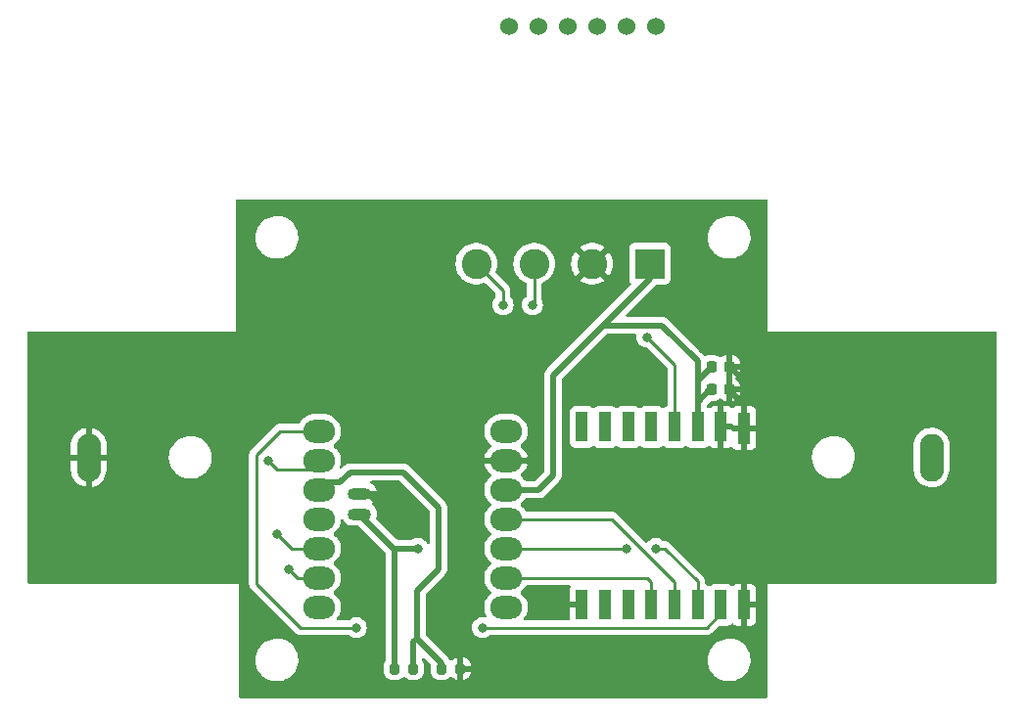
<source format=gbr>
%TF.GenerationSoftware,KiCad,Pcbnew,7.0.9*%
%TF.CreationDate,2024-03-18T18:38:54+01:00*%
%TF.ProjectId,esp32c3,65737033-3263-4332-9e6b-696361645f70,rev?*%
%TF.SameCoordinates,Original*%
%TF.FileFunction,Copper,L1,Top*%
%TF.FilePolarity,Positive*%
%FSLAX46Y46*%
G04 Gerber Fmt 4.6, Leading zero omitted, Abs format (unit mm)*
G04 Created by KiCad (PCBNEW 7.0.9) date 2024-03-18 18:38:54*
%MOMM*%
%LPD*%
G01*
G04 APERTURE LIST*
G04 Aperture macros list*
%AMRoundRect*
0 Rectangle with rounded corners*
0 $1 Rounding radius*
0 $2 $3 $4 $5 $6 $7 $8 $9 X,Y pos of 4 corners*
0 Add a 4 corners polygon primitive as box body*
4,1,4,$2,$3,$4,$5,$6,$7,$8,$9,$2,$3,0*
0 Add four circle primitives for the rounded corners*
1,1,$1+$1,$2,$3*
1,1,$1+$1,$4,$5*
1,1,$1+$1,$6,$7*
1,1,$1+$1,$8,$9*
0 Add four rect primitives between the rounded corners*
20,1,$1+$1,$2,$3,$4,$5,0*
20,1,$1+$1,$4,$5,$6,$7,0*
20,1,$1+$1,$6,$7,$8,$9,0*
20,1,$1+$1,$8,$9,$2,$3,0*%
G04 Aperture macros list end*
%TA.AperFunction,ComponentPad*%
%ADD10C,1.524000*%
%TD*%
%TA.AperFunction,ComponentPad*%
%ADD11C,2.600000*%
%TD*%
%TA.AperFunction,ComponentPad*%
%ADD12R,2.600000X2.600000*%
%TD*%
%TA.AperFunction,SMDPad,CuDef*%
%ADD13R,1.100000X2.800000*%
%TD*%
%TA.AperFunction,SMDPad,CuDef*%
%ADD14R,1.100000X2.600000*%
%TD*%
%TA.AperFunction,SMDPad,CuDef*%
%ADD15RoundRect,0.225000X-0.225000X-0.250000X0.225000X-0.250000X0.225000X0.250000X-0.225000X0.250000X0*%
%TD*%
%TA.AperFunction,SMDPad,CuDef*%
%ADD16RoundRect,0.200000X-0.200000X-0.275000X0.200000X-0.275000X0.200000X0.275000X-0.200000X0.275000X0*%
%TD*%
%TA.AperFunction,SMDPad,CuDef*%
%ADD17O,2.748280X1.998980*%
%TD*%
%TA.AperFunction,SMDPad,CuDef*%
%ADD18O,2.032000X1.016000*%
%TD*%
%TA.AperFunction,ComponentPad*%
%ADD19O,2.070000X4.140000*%
%TD*%
%TA.AperFunction,ViaPad*%
%ADD20C,0.800000*%
%TD*%
%TA.AperFunction,Conductor*%
%ADD21C,0.500000*%
%TD*%
%TA.AperFunction,Conductor*%
%ADD22C,0.250000*%
%TD*%
G04 APERTURE END LIST*
D10*
%TO.P,U1,1,VCC*%
%TO.N,unconnected-(U1-VCC-Pad1)*%
X165862000Y-38354000D03*
%TO.P,U1,2,GND*%
%TO.N,unconnected-(U1-GND-Pad2)*%
X163322000Y-38354000D03*
%TO.P,U1,3,SCL*%
%TO.N,unconnected-(U1-SCL-Pad3)*%
X160782000Y-38354000D03*
%TO.P,U1,4,SDA*%
%TO.N,unconnected-(U1-SDA-Pad4)*%
X158242000Y-38354000D03*
%TO.P,U1,5,CSB*%
%TO.N,unconnected-(U1-CSB-Pad5)*%
X155702000Y-38354000D03*
%TO.P,U1,6,SDO*%
%TO.N,unconnected-(U1-SDO-Pad6)*%
X153162000Y-38354000D03*
%TD*%
D11*
%TO.P,J2,4,Pin_4*%
%TO.N,Net-(J2-Pin_4)*%
X150354000Y-58928000D03*
%TO.P,J2,3,Pin_3*%
%TO.N,Net-(J2-Pin_3)*%
X155354000Y-58928000D03*
%TO.P,J2,2,Pin_2*%
%TO.N,GNDD*%
X160354000Y-58928000D03*
D12*
%TO.P,J2,1,Pin_1*%
%TO.N,+3V3*%
X165354000Y-58928000D03*
%TD*%
D13*
%TO.P,U3,1,GND*%
%TO.N,GNDD*%
X173482000Y-73152000D03*
D14*
%TO.P,U3,2,GND*%
X171482000Y-73052000D03*
%TO.P,U3,3,3.3V*%
%TO.N,+3V3*%
X169482000Y-73052000D03*
%TO.P,U3,4,RESET*%
%TO.N,Net-(U2-PA4_A1_D1)*%
X167482000Y-73052000D03*
%TO.P,U3,5,DI00*%
%TO.N,unconnected-(U3-DI00-Pad5)*%
X165482000Y-73052000D03*
%TO.P,U3,6,DI01*%
%TO.N,unconnected-(U3-DI01-Pad6)*%
X163482000Y-73052000D03*
%TO.P,U3,7,DI02*%
%TO.N,unconnected-(U3-DI02-Pad7)*%
X161482000Y-73052000D03*
%TO.P,U3,8,DI03*%
%TO.N,unconnected-(U3-DI03-Pad8)*%
X159482000Y-73052000D03*
%TO.P,U3,9,GND*%
%TO.N,GNDD*%
X159482000Y-88452000D03*
%TO.P,U3,10,DI04*%
%TO.N,unconnected-(U3-DI04-Pad10)*%
X161482000Y-88452000D03*
%TO.P,U3,11,DI05*%
%TO.N,unconnected-(U3-DI05-Pad11)*%
X163482000Y-88452000D03*
%TO.P,U3,12,SCK*%
%TO.N,Net-(U2-PA7_A8_D8_SCK)*%
X165482000Y-88452000D03*
%TO.P,U3,13,MISO*%
%TO.N,Net-(U2-PA6_A10_D10_MOSI)*%
X167482000Y-88452000D03*
%TO.P,U3,14,MOSI*%
%TO.N,Net-(U2-PA5_A9_D9_MISO)*%
X169482000Y-88452000D03*
%TO.P,U3,15,NSS*%
%TO.N,Net-(U2-PA02_A0_D0)*%
X171482000Y-88452000D03*
%TO.P,U3,16,GND*%
%TO.N,GNDD*%
X173482000Y-88452000D03*
%TD*%
D15*
%TO.P,C2,1*%
%TO.N,+3V3*%
X170662000Y-69820000D03*
%TO.P,C2,2*%
%TO.N,GNDD*%
X172212000Y-69820000D03*
%TD*%
D16*
%TO.P,R1,1*%
%TO.N,+5V*%
X143256000Y-93980000D03*
%TO.P,R1,2*%
%TO.N,Net-(U2-PA10_A2_D2)*%
X144906000Y-93980000D03*
%TD*%
%TO.P,R2,1*%
%TO.N,Net-(U2-PA10_A2_D2)*%
X147320000Y-93980000D03*
%TO.P,R2,2*%
%TO.N,GNDD*%
X148970000Y-93980000D03*
%TD*%
D17*
%TO.P,U2,1,PA02_A0_D0*%
%TO.N,Net-(U2-PA02_A0_D0)*%
X136743440Y-73406000D03*
%TO.P,U2,2,PA4_A1_D1*%
%TO.N,Net-(U2-PA4_A1_D1)*%
X136743440Y-75946000D03*
%TO.P,U2,3,PA10_A2_D2*%
%TO.N,Net-(U2-PA10_A2_D2)*%
X136743440Y-78486000D03*
%TO.P,U2,4,PA11_A3_D3*%
%TO.N,unconnected-(U2-PA11_A3_D3-Pad4)*%
X136743440Y-81026000D03*
%TO.P,U2,5,PA8_A4_D4_SDA*%
%TO.N,Net-(J2-Pin_4)*%
X136743440Y-83566000D03*
%TO.P,U2,6,PA9_A5_D5_SCL*%
%TO.N,Net-(J2-Pin_3)*%
X136743440Y-86106000D03*
%TO.P,U2,7,PB08_A6_D6_TX*%
%TO.N,unconnected-(U2-PB08_A6_D6_TX-Pad7)*%
X136743440Y-88646000D03*
%TO.P,U2,8,PB09_A7_D7_RX*%
%TO.N,unconnected-(U2-PB09_A7_D7_RX-Pad8)*%
X152908000Y-88646000D03*
%TO.P,U2,9,PA7_A8_D8_SCK*%
%TO.N,Net-(U2-PA7_A8_D8_SCK)*%
X152908000Y-86106000D03*
%TO.P,U2,10,PA5_A9_D9_MISO*%
%TO.N,Net-(U2-PA5_A9_D9_MISO)*%
X152908000Y-83566000D03*
%TO.P,U2,11,PA6_A10_D10_MOSI*%
%TO.N,Net-(U2-PA6_A10_D10_MOSI)*%
X152908000Y-81026000D03*
%TO.P,U2,12,3V3*%
%TO.N,+3V3*%
X152908000Y-78486000D03*
%TO.P,U2,13,GND*%
%TO.N,GNDD*%
X152908000Y-75946000D03*
%TO.P,U2,14,5V*%
%TO.N,unconnected-(U2-5V-Pad14)*%
X152908000Y-73406000D03*
D18*
%TO.P,U2,15,5V*%
%TO.N,+5V*%
X140228320Y-80601820D03*
%TO.P,U2,16,GND*%
%TO.N,GNDD*%
X140228320Y-78823820D03*
%TD*%
D15*
%TO.P,C1,1*%
%TO.N,+3V3*%
X170675000Y-67818000D03*
%TO.P,C1,2*%
%TO.N,GNDD*%
X172225000Y-67818000D03*
%TD*%
D19*
%TO.P,BT1,+*%
%TO.N,+5V*%
X189716000Y-75692000D03*
%TO.P,BT1,-*%
%TO.N,GNDD*%
X116816000Y-75692000D03*
%TD*%
D20*
%TO.N,GNDD*%
X156210000Y-88138000D03*
X145796000Y-80772000D03*
X169926000Y-66294000D03*
X154940000Y-75946000D03*
%TO.N,Net-(J2-Pin_3)*%
X134112000Y-85344000D03*
X155194000Y-62484000D03*
%TO.N,Net-(J2-Pin_4)*%
X152654000Y-62484000D03*
X133096000Y-82296000D03*
%TO.N,Net-(U2-PA02_A0_D0)*%
X150876000Y-90424000D03*
X139954000Y-90424000D03*
%TO.N,Net-(U2-PA4_A1_D1)*%
X165100000Y-65278000D03*
X132334000Y-75946000D03*
%TO.N,Net-(U2-PA5_A9_D9_MISO)*%
X163322000Y-83566000D03*
X165862000Y-83566000D03*
%TO.N,+5V*%
X145288000Y-83566000D03*
%TO.N,GNDD*%
X142748000Y-80518000D03*
X146431000Y-89535000D03*
%TD*%
D21*
%TO.N,GNDD*%
X148970000Y-92074000D02*
X148970000Y-93980000D01*
X146431000Y-89535000D02*
X148970000Y-92074000D01*
X171582000Y-73152000D02*
X171482000Y-73052000D01*
D22*
%TO.N,Net-(U2-PA4_A1_D1)*%
X133096000Y-76708000D02*
X132334000Y-75946000D01*
X135981440Y-76708000D02*
X133096000Y-76708000D01*
X136743440Y-75946000D02*
X135981440Y-76708000D01*
%TO.N,Net-(J2-Pin_4)*%
X152654000Y-61228000D02*
X150354000Y-58928000D01*
%TO.N,Net-(J2-Pin_3)*%
X155354000Y-62324000D02*
X155354000Y-58928000D01*
X155194000Y-62484000D02*
X155354000Y-62324000D01*
D21*
%TO.N,+3V3*%
X165354000Y-60198000D02*
X165354000Y-58928000D01*
X161290000Y-64262000D02*
X165354000Y-60198000D01*
%TO.N,GNDD*%
X163402000Y-55880000D02*
X160354000Y-58928000D01*
X166878000Y-55880000D02*
X163402000Y-55880000D01*
%TO.N,Net-(U2-PA10_A2_D2)*%
X147066000Y-85344000D02*
X147066000Y-80010000D01*
X137363620Y-77865820D02*
X136743440Y-78486000D01*
X145200000Y-87210000D02*
X147066000Y-85344000D01*
X139446000Y-76962000D02*
X138542180Y-77865820D01*
X147066000Y-80010000D02*
X144018000Y-76962000D01*
X144018000Y-76962000D02*
X139446000Y-76962000D01*
X145200000Y-91352000D02*
X145200000Y-87210000D01*
X145200000Y-91352000D02*
X144906000Y-91646000D01*
X144906000Y-91646000D02*
X144906000Y-93980000D01*
X138542180Y-77865820D02*
X137363620Y-77865820D01*
X145200000Y-91352000D02*
X147320000Y-93472000D01*
X147320000Y-93472000D02*
X147320000Y-93980000D01*
%TO.N,GNDD*%
X168148000Y-60960000D02*
X168148000Y-57150000D01*
X172720000Y-66294000D02*
X173482000Y-67056000D01*
X173482000Y-69088000D02*
X173482000Y-67056000D01*
X154686000Y-75946000D02*
X154940000Y-75946000D01*
D22*
X173482000Y-69075000D02*
X173482000Y-69088000D01*
D21*
X171704000Y-64516000D02*
X168148000Y-60960000D01*
X169926000Y-66294000D02*
X170942000Y-66294000D01*
X170942000Y-66294000D02*
X171704000Y-65532000D01*
X168148000Y-57150000D02*
X166878000Y-55880000D01*
X171704000Y-65532000D02*
X171704000Y-64516000D01*
X173482000Y-71120000D02*
X173482000Y-69088000D01*
X172225000Y-67818000D02*
X173482000Y-69075000D01*
D22*
X172212000Y-69820000D02*
X172212000Y-69850000D01*
D21*
X172212000Y-69850000D02*
X173482000Y-71120000D01*
X170942000Y-66294000D02*
X172720000Y-66294000D01*
X152908000Y-75946000D02*
X154686000Y-75946000D01*
X173482000Y-73152000D02*
X173482000Y-71120000D01*
%TO.N,+3V3*%
X161290000Y-64262000D02*
X156972000Y-68580000D01*
X170528000Y-69820000D02*
X169482000Y-70866000D01*
X155702000Y-78486000D02*
X156972000Y-77216000D01*
X169482000Y-69088000D02*
X169482000Y-67374000D01*
X169482000Y-70866000D02*
X169482000Y-69088000D01*
X156972000Y-77216000D02*
X156972000Y-69342000D01*
X156972000Y-69342000D02*
X156972000Y-68580000D01*
X169482000Y-67374000D02*
X166370000Y-64262000D01*
D22*
X169482000Y-69011000D02*
X169482000Y-69088000D01*
X170662000Y-69820000D02*
X170528000Y-69820000D01*
D21*
X170675000Y-67818000D02*
X169482000Y-69011000D01*
X166370000Y-64262000D02*
X161290000Y-64262000D01*
X169482000Y-73052000D02*
X169482000Y-70866000D01*
X152908000Y-78486000D02*
X155702000Y-78486000D01*
D22*
%TO.N,Net-(J2-Pin_3)*%
X136743440Y-86106000D02*
X134874000Y-86106000D01*
X134874000Y-86106000D02*
X134112000Y-85344000D01*
%TO.N,Net-(J2-Pin_4)*%
X152654000Y-62484000D02*
X152654000Y-61228000D01*
X134366000Y-83566000D02*
X133096000Y-82296000D01*
X136743440Y-83566000D02*
X134366000Y-83566000D01*
%TO.N,Net-(U2-PA02_A0_D0)*%
X133350000Y-73406000D02*
X131318000Y-75438000D01*
X170260000Y-90424000D02*
X171482000Y-89202000D01*
X135128000Y-90424000D02*
X139954000Y-90424000D01*
X131318000Y-75438000D02*
X131318000Y-86614000D01*
X136743440Y-73406000D02*
X133350000Y-73406000D01*
X131318000Y-86614000D02*
X135128000Y-90424000D01*
X150876000Y-90424000D02*
X170260000Y-90424000D01*
X171482000Y-89202000D02*
X171482000Y-88452000D01*
%TO.N,Net-(U2-PA4_A1_D1)*%
X167482000Y-67660000D02*
X167482000Y-73052000D01*
X165100000Y-65278000D02*
X167482000Y-67660000D01*
%TO.N,Net-(U2-PA7_A8_D8_SCK)*%
X165482000Y-86488000D02*
X165482000Y-88452000D01*
X152908000Y-86106000D02*
X165100000Y-86106000D01*
X165100000Y-86106000D02*
X165482000Y-86488000D01*
%TO.N,Net-(U2-PA5_A9_D9_MISO)*%
X152908000Y-83566000D02*
X163322000Y-83566000D01*
X165862000Y-83566000D02*
X166624000Y-83566000D01*
X166624000Y-83566000D02*
X169482000Y-86424000D01*
X169482000Y-86424000D02*
X169482000Y-88452000D01*
%TO.N,Net-(U2-PA6_A10_D10_MOSI)*%
X167482000Y-86444000D02*
X167482000Y-88452000D01*
X162064000Y-81026000D02*
X167482000Y-86444000D01*
X152908000Y-81026000D02*
X162064000Y-81026000D01*
D21*
%TO.N,+5V*%
X143256000Y-83629500D02*
X143192500Y-83566000D01*
X145288000Y-83566000D02*
X143192500Y-83566000D01*
X143192500Y-83566000D02*
X140228320Y-80601820D01*
X143256000Y-93980000D02*
X143256000Y-83629500D01*
%TO.N,GNDD*%
X142748000Y-80518000D02*
X141053820Y-78823820D01*
X141053820Y-78823820D02*
X140228320Y-78823820D01*
X140143503Y-78823820D02*
X140228320Y-78823820D01*
%TD*%
%TA.AperFunction,Conductor*%
%TO.N,GNDD*%
G36*
X143722809Y-77732185D02*
G01*
X143743451Y-77748819D01*
X146279181Y-80284549D01*
X146312666Y-80345872D01*
X146315500Y-80372230D01*
X146315500Y-83081908D01*
X146295815Y-83148947D01*
X146243011Y-83194702D01*
X146173853Y-83204646D01*
X146110297Y-83175621D01*
X146084113Y-83143908D01*
X146083808Y-83143379D01*
X146020533Y-83033784D01*
X145893871Y-82893112D01*
X145893870Y-82893111D01*
X145740734Y-82781851D01*
X145740729Y-82781848D01*
X145567807Y-82704857D01*
X145567802Y-82704855D01*
X145422001Y-82673865D01*
X145382646Y-82665500D01*
X145193354Y-82665500D01*
X145160897Y-82672398D01*
X145008197Y-82704855D01*
X145008192Y-82704857D01*
X144835270Y-82781848D01*
X144835265Y-82781851D01*
X144821548Y-82791818D01*
X144755742Y-82815298D01*
X144748663Y-82815500D01*
X143554729Y-82815500D01*
X143487690Y-82795815D01*
X143467048Y-82779181D01*
X141726262Y-81038394D01*
X141692777Y-80977071D01*
X141695283Y-80914717D01*
X141730228Y-80799521D01*
X141749700Y-80601820D01*
X141730228Y-80404119D01*
X141672561Y-80214016D01*
X141672559Y-80214013D01*
X141672559Y-80214011D01*
X141578918Y-80038821D01*
X141578914Y-80038814D01*
X141452888Y-79885251D01*
X141359181Y-79808348D01*
X141319847Y-79750602D01*
X141317976Y-79680758D01*
X141354164Y-79620990D01*
X141359182Y-79616641D01*
X141452532Y-79540031D01*
X141578494Y-79386545D01*
X141578499Y-79386538D01*
X141672094Y-79211435D01*
X141713839Y-79073820D01*
X140102320Y-79073820D01*
X140035281Y-79054135D01*
X139989526Y-79001331D01*
X139978320Y-78949820D01*
X139978320Y-78697820D01*
X139998005Y-78630781D01*
X140050809Y-78585026D01*
X140102320Y-78573820D01*
X141713839Y-78573820D01*
X141713839Y-78573819D01*
X141672094Y-78436204D01*
X141578499Y-78261101D01*
X141578494Y-78261094D01*
X141452532Y-78107607D01*
X141299045Y-77981645D01*
X141299038Y-77981639D01*
X141232095Y-77945858D01*
X141182250Y-77896896D01*
X141166790Y-77828758D01*
X141190622Y-77763078D01*
X141246179Y-77720710D01*
X141290548Y-77712500D01*
X143655770Y-77712500D01*
X143722809Y-77732185D01*
G37*
%TD.AperFunction*%
%TA.AperFunction,Conductor*%
G36*
X158444114Y-86751185D02*
G01*
X158489869Y-86803989D01*
X158499813Y-86873147D01*
X158490499Y-86901136D01*
X158491746Y-86901601D01*
X158438403Y-87044620D01*
X158438401Y-87044627D01*
X158432000Y-87104155D01*
X158432000Y-88202000D01*
X159608000Y-88202000D01*
X159675039Y-88221685D01*
X159720794Y-88274489D01*
X159732000Y-88326000D01*
X159732000Y-88578000D01*
X159712315Y-88645039D01*
X159659511Y-88690794D01*
X159608000Y-88702000D01*
X158432000Y-88702000D01*
X158432000Y-89674500D01*
X158412315Y-89741539D01*
X158359511Y-89787294D01*
X158308000Y-89798500D01*
X154540059Y-89798500D01*
X154473020Y-89778815D01*
X154427265Y-89726011D01*
X154417321Y-89656853D01*
X154442205Y-89598338D01*
X154469822Y-89562856D01*
X154542695Y-89469229D01*
X154661009Y-89250604D01*
X154741724Y-89015488D01*
X154782640Y-88770293D01*
X154782640Y-88521707D01*
X154741724Y-88276512D01*
X154661009Y-88041396D01*
X154542695Y-87822771D01*
X154390011Y-87626603D01*
X154216885Y-87467228D01*
X154180895Y-87407342D01*
X154182996Y-87337504D01*
X154216884Y-87284771D01*
X154390011Y-87125397D01*
X154542695Y-86929229D01*
X154614534Y-86796481D01*
X154663754Y-86746892D01*
X154723589Y-86731500D01*
X158377075Y-86731500D01*
X158444114Y-86751185D01*
G37*
%TD.AperFunction*%
%TA.AperFunction,Conductor*%
G36*
X175456539Y-53360185D02*
G01*
X175502294Y-53412989D01*
X175513500Y-53464500D01*
X175513500Y-64745467D01*
X175513416Y-64745889D01*
X175513459Y-64770001D01*
X175513500Y-64770099D01*
X175513616Y-64770382D01*
X175513618Y-64770384D01*
X175513808Y-64770462D01*
X175514000Y-64770541D01*
X175514002Y-64770539D01*
X175538616Y-64770524D01*
X175538616Y-64770528D01*
X175538760Y-64770500D01*
X195201500Y-64770500D01*
X195268539Y-64790185D01*
X195314294Y-64842989D01*
X195325500Y-64894500D01*
X195325500Y-86489500D01*
X195305815Y-86556539D01*
X195253011Y-86602294D01*
X195201500Y-86613500D01*
X175538760Y-86613500D01*
X175538554Y-86613459D01*
X175514000Y-86613459D01*
X175513901Y-86613500D01*
X175513617Y-86613616D01*
X175513615Y-86613618D01*
X175513459Y-86613999D01*
X175513476Y-86638616D01*
X175513471Y-86638616D01*
X175513500Y-86638759D01*
X175513500Y-96395500D01*
X175493815Y-96462539D01*
X175441011Y-96508294D01*
X175389500Y-96519500D01*
X129918500Y-96519500D01*
X129851461Y-96499815D01*
X129805706Y-96447011D01*
X129794500Y-96395500D01*
X129794500Y-93285763D01*
X131241787Y-93285763D01*
X131271413Y-93555013D01*
X131271415Y-93555024D01*
X131317160Y-93730000D01*
X131339928Y-93817088D01*
X131445870Y-94066390D01*
X131517998Y-94184575D01*
X131586979Y-94297605D01*
X131586986Y-94297615D01*
X131760253Y-94505819D01*
X131760259Y-94505824D01*
X131865240Y-94599887D01*
X131961998Y-94686582D01*
X132187910Y-94836044D01*
X132433176Y-94951020D01*
X132433183Y-94951022D01*
X132433185Y-94951023D01*
X132692557Y-95029057D01*
X132692564Y-95029058D01*
X132692569Y-95029060D01*
X132960561Y-95068500D01*
X132960566Y-95068500D01*
X133163636Y-95068500D01*
X133215133Y-95064730D01*
X133366156Y-95053677D01*
X133478758Y-95028593D01*
X133630546Y-94994782D01*
X133630548Y-94994781D01*
X133630553Y-94994780D01*
X133883558Y-94898014D01*
X134119777Y-94765441D01*
X134334177Y-94599888D01*
X134522186Y-94404881D01*
X134679799Y-94184579D01*
X134753787Y-94040669D01*
X134803649Y-93943690D01*
X134803651Y-93943684D01*
X134803656Y-93943675D01*
X134891118Y-93687305D01*
X134940319Y-93420933D01*
X134950212Y-93150235D01*
X134920586Y-92880982D01*
X134852072Y-92618912D01*
X134746130Y-92369610D01*
X134605018Y-92138390D01*
X134515747Y-92031119D01*
X134431746Y-91930180D01*
X134431740Y-91930175D01*
X134230002Y-91749418D01*
X134004092Y-91599957D01*
X133938746Y-91569324D01*
X133758824Y-91484980D01*
X133758819Y-91484978D01*
X133758814Y-91484976D01*
X133499442Y-91406942D01*
X133499428Y-91406939D01*
X133383791Y-91389921D01*
X133231439Y-91367500D01*
X133028369Y-91367500D01*
X133028364Y-91367500D01*
X132825844Y-91382323D01*
X132825831Y-91382325D01*
X132561453Y-91441217D01*
X132561446Y-91441220D01*
X132308439Y-91537987D01*
X132072226Y-91670557D01*
X131857822Y-91836112D01*
X131669822Y-92031109D01*
X131669816Y-92031116D01*
X131512202Y-92251419D01*
X131512199Y-92251424D01*
X131388350Y-92492309D01*
X131388343Y-92492327D01*
X131300884Y-92748685D01*
X131300882Y-92748695D01*
X131253541Y-93005000D01*
X131251681Y-93015068D01*
X131251680Y-93015075D01*
X131241787Y-93285763D01*
X129794500Y-93285763D01*
X129794500Y-86638759D01*
X129794528Y-86638616D01*
X129794524Y-86638616D01*
X129794539Y-86614002D01*
X129794541Y-86614000D01*
X129794462Y-86613808D01*
X129794384Y-86613618D01*
X129794382Y-86613616D01*
X129794099Y-86613500D01*
X129794000Y-86613459D01*
X129769446Y-86613459D01*
X129769240Y-86613500D01*
X111630500Y-86613500D01*
X111563461Y-86593815D01*
X111517706Y-86541011D01*
X111506500Y-86489500D01*
X111506500Y-76788862D01*
X115281000Y-76788862D01*
X115295948Y-76974031D01*
X115355259Y-77214664D01*
X115452402Y-77442667D01*
X115584866Y-77652143D01*
X115749206Y-77837645D01*
X115941183Y-77994389D01*
X115941188Y-77994393D01*
X116155814Y-78118307D01*
X116387549Y-78206192D01*
X116387548Y-78206192D01*
X116566000Y-78242622D01*
X116566000Y-76850049D01*
X116569525Y-76851900D01*
X116732219Y-76892000D01*
X116899781Y-76892000D01*
X117062475Y-76851900D01*
X117066000Y-76850049D01*
X117066000Y-78242919D01*
X117124030Y-78235873D01*
X117124036Y-78235871D01*
X117362083Y-78166920D01*
X117362091Y-78166917D01*
X117585997Y-78060674D01*
X117585999Y-78060672D01*
X117789962Y-77919886D01*
X117789963Y-77919885D01*
X117968700Y-77748207D01*
X118117584Y-77550079D01*
X118117590Y-77550068D01*
X118232762Y-77330628D01*
X118232763Y-77330624D01*
X118311245Y-77095545D01*
X118311245Y-77095544D01*
X118350999Y-76850920D01*
X118351000Y-76850919D01*
X118351000Y-75942000D01*
X117506000Y-75942000D01*
X117506000Y-75759763D01*
X123751787Y-75759763D01*
X123781413Y-76029013D01*
X123781415Y-76029024D01*
X123849926Y-76291082D01*
X123849928Y-76291088D01*
X123955870Y-76540390D01*
X124027998Y-76658575D01*
X124096979Y-76771605D01*
X124096986Y-76771615D01*
X124270253Y-76979819D01*
X124270259Y-76979824D01*
X124471998Y-77160582D01*
X124697910Y-77310044D01*
X124943176Y-77425020D01*
X124943183Y-77425022D01*
X124943185Y-77425023D01*
X125202557Y-77503057D01*
X125202564Y-77503058D01*
X125202569Y-77503060D01*
X125470561Y-77542500D01*
X125470566Y-77542500D01*
X125673636Y-77542500D01*
X125725133Y-77538730D01*
X125876156Y-77527677D01*
X125988758Y-77502593D01*
X126140546Y-77468782D01*
X126140548Y-77468781D01*
X126140553Y-77468780D01*
X126393558Y-77372014D01*
X126629777Y-77239441D01*
X126844177Y-77073888D01*
X127032186Y-76878881D01*
X127189799Y-76658579D01*
X127283484Y-76476361D01*
X127313649Y-76417690D01*
X127313651Y-76417684D01*
X127313656Y-76417675D01*
X127401118Y-76161305D01*
X127450319Y-75894933D01*
X127460212Y-75624235D01*
X127437541Y-75418195D01*
X130687840Y-75418195D01*
X130692225Y-75464583D01*
X130692500Y-75470421D01*
X130692500Y-86531255D01*
X130690775Y-86546872D01*
X130691061Y-86546899D01*
X130690326Y-86554665D01*
X130692500Y-86623814D01*
X130692500Y-86653343D01*
X130692501Y-86653360D01*
X130693368Y-86660231D01*
X130693826Y-86666050D01*
X130695290Y-86712624D01*
X130695291Y-86712627D01*
X130700880Y-86731867D01*
X130704824Y-86750911D01*
X130707336Y-86770792D01*
X130724174Y-86813321D01*
X130724490Y-86814119D01*
X130726382Y-86819647D01*
X130739381Y-86864388D01*
X130749580Y-86881634D01*
X130758136Y-86899100D01*
X130762415Y-86909906D01*
X130765514Y-86917732D01*
X130792898Y-86955423D01*
X130796106Y-86960307D01*
X130819827Y-87000416D01*
X130819833Y-87000424D01*
X130833990Y-87014580D01*
X130846628Y-87029376D01*
X130858405Y-87045586D01*
X130858406Y-87045587D01*
X130894309Y-87075288D01*
X130898620Y-87079210D01*
X132819963Y-89000553D01*
X134627194Y-90807784D01*
X134637019Y-90820048D01*
X134637240Y-90819866D01*
X134642210Y-90825873D01*
X134642213Y-90825876D01*
X134642214Y-90825877D01*
X134692651Y-90873241D01*
X134713530Y-90894120D01*
X134719004Y-90898366D01*
X134723442Y-90902156D01*
X134757418Y-90934062D01*
X134757422Y-90934064D01*
X134774973Y-90943713D01*
X134791231Y-90954392D01*
X134807064Y-90966674D01*
X134829015Y-90976172D01*
X134849837Y-90985183D01*
X134855081Y-90987752D01*
X134895908Y-91010197D01*
X134915312Y-91015179D01*
X134933710Y-91021478D01*
X134952105Y-91029438D01*
X134998129Y-91036726D01*
X135003832Y-91037907D01*
X135048981Y-91049500D01*
X135069016Y-91049500D01*
X135088413Y-91051026D01*
X135108196Y-91054160D01*
X135154584Y-91049775D01*
X135160422Y-91049500D01*
X139250252Y-91049500D01*
X139317291Y-91069185D01*
X139342400Y-91090526D01*
X139348126Y-91096885D01*
X139348130Y-91096889D01*
X139501265Y-91208148D01*
X139501270Y-91208151D01*
X139674192Y-91285142D01*
X139674197Y-91285144D01*
X139859354Y-91324500D01*
X139859355Y-91324500D01*
X140048644Y-91324500D01*
X140048646Y-91324500D01*
X140233803Y-91285144D01*
X140406730Y-91208151D01*
X140559871Y-91096888D01*
X140686533Y-90956216D01*
X140781179Y-90792284D01*
X140839674Y-90612256D01*
X140859460Y-90424000D01*
X140839674Y-90235744D01*
X140781179Y-90055716D01*
X140686533Y-89891784D01*
X140559871Y-89751112D01*
X140559870Y-89751111D01*
X140406734Y-89639851D01*
X140406729Y-89639848D01*
X140233807Y-89562857D01*
X140233802Y-89562855D01*
X140088001Y-89531865D01*
X140048646Y-89523500D01*
X139859354Y-89523500D01*
X139826897Y-89530398D01*
X139674197Y-89562855D01*
X139674192Y-89562857D01*
X139501270Y-89639848D01*
X139501265Y-89639851D01*
X139348130Y-89751110D01*
X139348126Y-89751114D01*
X139342400Y-89757474D01*
X139282913Y-89794121D01*
X139250252Y-89798500D01*
X138375499Y-89798500D01*
X138308460Y-89778815D01*
X138262705Y-89726011D01*
X138252761Y-89656853D01*
X138277645Y-89598338D01*
X138305262Y-89562856D01*
X138378135Y-89469229D01*
X138496449Y-89250604D01*
X138577164Y-89015488D01*
X138618080Y-88770293D01*
X138618080Y-88521707D01*
X138577164Y-88276512D01*
X138496449Y-88041396D01*
X138378135Y-87822771D01*
X138225451Y-87626603D01*
X138052325Y-87467228D01*
X138016335Y-87407342D01*
X138018436Y-87337504D01*
X138052324Y-87284771D01*
X138225451Y-87125397D01*
X138378135Y-86929229D01*
X138496449Y-86710604D01*
X138577164Y-86475488D01*
X138618080Y-86230293D01*
X138618080Y-85981707D01*
X138577164Y-85736512D01*
X138568931Y-85712531D01*
X138496450Y-85501399D01*
X138496448Y-85501394D01*
X138378135Y-85282771D01*
X138378131Y-85282766D01*
X138225456Y-85086609D01*
X138225453Y-85086605D01*
X138225451Y-85086603D01*
X138052325Y-84927228D01*
X138016335Y-84867342D01*
X138018436Y-84797504D01*
X138052324Y-84744771D01*
X138225451Y-84585397D01*
X138378135Y-84389229D01*
X138496449Y-84170604D01*
X138577164Y-83935488D01*
X138618080Y-83690293D01*
X138618080Y-83441707D01*
X138577164Y-83196512D01*
X138577163Y-83196506D01*
X138577161Y-83196500D01*
X138496450Y-82961399D01*
X138496448Y-82961394D01*
X138378135Y-82742771D01*
X138378131Y-82742766D01*
X138348624Y-82704856D01*
X138340397Y-82694285D01*
X138225456Y-82546609D01*
X138225453Y-82546605D01*
X138225451Y-82546603D01*
X138052325Y-82387228D01*
X138016335Y-82327342D01*
X138018436Y-82257504D01*
X138052324Y-82204771D01*
X138225451Y-82045397D01*
X138378135Y-81849229D01*
X138496449Y-81630604D01*
X138577164Y-81395488D01*
X138618050Y-81150467D01*
X138648500Y-81087584D01*
X138708115Y-81051145D01*
X138777967Y-81052720D01*
X138835879Y-81091810D01*
X138849717Y-81112426D01*
X138877721Y-81164818D01*
X138877725Y-81164825D01*
X139003751Y-81318388D01*
X139157314Y-81444414D01*
X139157321Y-81444418D01*
X139332511Y-81538059D01*
X139332513Y-81538059D01*
X139332516Y-81538061D01*
X139522619Y-81595728D01*
X139522618Y-81595728D01*
X139559657Y-81599376D01*
X139670773Y-81610320D01*
X140124090Y-81610320D01*
X140191129Y-81630005D01*
X140211771Y-81646639D01*
X142469181Y-83904048D01*
X142502666Y-83965371D01*
X142505500Y-83991729D01*
X142505500Y-93227023D01*
X142487617Y-93291173D01*
X142412522Y-93415393D01*
X142361913Y-93577807D01*
X142355500Y-93648386D01*
X142355500Y-94311613D01*
X142361913Y-94382192D01*
X142361913Y-94382194D01*
X142361914Y-94382196D01*
X142412522Y-94544606D01*
X142494058Y-94679483D01*
X142500530Y-94690188D01*
X142620811Y-94810469D01*
X142620813Y-94810470D01*
X142620815Y-94810472D01*
X142766394Y-94898478D01*
X142928804Y-94949086D01*
X142999384Y-94955500D01*
X142999387Y-94955500D01*
X143512613Y-94955500D01*
X143512616Y-94955500D01*
X143583196Y-94949086D01*
X143745606Y-94898478D01*
X143891185Y-94810472D01*
X143936216Y-94765441D01*
X143993319Y-94708339D01*
X144054642Y-94674854D01*
X144124334Y-94679838D01*
X144168681Y-94708339D01*
X144270811Y-94810469D01*
X144270813Y-94810470D01*
X144270815Y-94810472D01*
X144416394Y-94898478D01*
X144578804Y-94949086D01*
X144649384Y-94955500D01*
X144649387Y-94955500D01*
X145162613Y-94955500D01*
X145162616Y-94955500D01*
X145233196Y-94949086D01*
X145395606Y-94898478D01*
X145541185Y-94810472D01*
X145661472Y-94690185D01*
X145749478Y-94544606D01*
X145800086Y-94382196D01*
X145806500Y-94311616D01*
X145806500Y-93648384D01*
X145800086Y-93577804D01*
X145749478Y-93415394D01*
X145674382Y-93291171D01*
X145656500Y-93227023D01*
X145656500Y-93169230D01*
X145676185Y-93102191D01*
X145728989Y-93056436D01*
X145798147Y-93046492D01*
X145861703Y-93075517D01*
X145868181Y-93081549D01*
X146383181Y-93596549D01*
X146416666Y-93657872D01*
X146419500Y-93684230D01*
X146419500Y-94311613D01*
X146425913Y-94382192D01*
X146425913Y-94382194D01*
X146425914Y-94382196D01*
X146476522Y-94544606D01*
X146558058Y-94679483D01*
X146564530Y-94690188D01*
X146684811Y-94810469D01*
X146684813Y-94810470D01*
X146684815Y-94810472D01*
X146830394Y-94898478D01*
X146992804Y-94949086D01*
X147063384Y-94955500D01*
X147063387Y-94955500D01*
X147576613Y-94955500D01*
X147576616Y-94955500D01*
X147647196Y-94949086D01*
X147809606Y-94898478D01*
X147955185Y-94810472D01*
X148057673Y-94707983D01*
X148118994Y-94674499D01*
X148188685Y-94679483D01*
X148233034Y-94707984D01*
X148335122Y-94810072D01*
X148480604Y-94898019D01*
X148480603Y-94898019D01*
X148642894Y-94948590D01*
X148642893Y-94948590D01*
X148713408Y-94954998D01*
X148713426Y-94954999D01*
X148719999Y-94954998D01*
X148720000Y-94954998D01*
X148720000Y-94230000D01*
X149220000Y-94230000D01*
X149220000Y-94954999D01*
X149226581Y-94954999D01*
X149297102Y-94948591D01*
X149297107Y-94948590D01*
X149459396Y-94898018D01*
X149604877Y-94810072D01*
X149725072Y-94689877D01*
X149813019Y-94544395D01*
X149863590Y-94382106D01*
X149870000Y-94311572D01*
X149870000Y-94230000D01*
X149220000Y-94230000D01*
X148720000Y-94230000D01*
X148720000Y-93005000D01*
X149220000Y-93005000D01*
X149220000Y-93730000D01*
X149869999Y-93730000D01*
X149869999Y-93648417D01*
X149863591Y-93577897D01*
X149863590Y-93577892D01*
X149813018Y-93415603D01*
X149734527Y-93285763D01*
X170357787Y-93285763D01*
X170387413Y-93555013D01*
X170387415Y-93555024D01*
X170433160Y-93730000D01*
X170455928Y-93817088D01*
X170561870Y-94066390D01*
X170633998Y-94184575D01*
X170702979Y-94297605D01*
X170702986Y-94297615D01*
X170876253Y-94505819D01*
X170876259Y-94505824D01*
X170981240Y-94599887D01*
X171077998Y-94686582D01*
X171303910Y-94836044D01*
X171549176Y-94951020D01*
X171549183Y-94951022D01*
X171549185Y-94951023D01*
X171808557Y-95029057D01*
X171808564Y-95029058D01*
X171808569Y-95029060D01*
X172076561Y-95068500D01*
X172076566Y-95068500D01*
X172279636Y-95068500D01*
X172331133Y-95064730D01*
X172482156Y-95053677D01*
X172594758Y-95028593D01*
X172746546Y-94994782D01*
X172746548Y-94994781D01*
X172746553Y-94994780D01*
X172999558Y-94898014D01*
X173235777Y-94765441D01*
X173450177Y-94599888D01*
X173638186Y-94404881D01*
X173795799Y-94184579D01*
X173869787Y-94040669D01*
X173919649Y-93943690D01*
X173919651Y-93943684D01*
X173919656Y-93943675D01*
X174007118Y-93687305D01*
X174056319Y-93420933D01*
X174066212Y-93150235D01*
X174036586Y-92880982D01*
X173968072Y-92618912D01*
X173862130Y-92369610D01*
X173721018Y-92138390D01*
X173631747Y-92031119D01*
X173547746Y-91930180D01*
X173547740Y-91930175D01*
X173346002Y-91749418D01*
X173120092Y-91599957D01*
X173054746Y-91569324D01*
X172874824Y-91484980D01*
X172874819Y-91484978D01*
X172874814Y-91484976D01*
X172615442Y-91406942D01*
X172615428Y-91406939D01*
X172499791Y-91389921D01*
X172347439Y-91367500D01*
X172144369Y-91367500D01*
X172144364Y-91367500D01*
X171941844Y-91382323D01*
X171941831Y-91382325D01*
X171677453Y-91441217D01*
X171677446Y-91441220D01*
X171424439Y-91537987D01*
X171188226Y-91670557D01*
X170973822Y-91836112D01*
X170785822Y-92031109D01*
X170785816Y-92031116D01*
X170628202Y-92251419D01*
X170628199Y-92251424D01*
X170504350Y-92492309D01*
X170504343Y-92492327D01*
X170416884Y-92748685D01*
X170416882Y-92748695D01*
X170369541Y-93005000D01*
X170367681Y-93015068D01*
X170367680Y-93015075D01*
X170357787Y-93285763D01*
X149734527Y-93285763D01*
X149725072Y-93270122D01*
X149604877Y-93149927D01*
X149459395Y-93061980D01*
X149459396Y-93061980D01*
X149297105Y-93011409D01*
X149297106Y-93011409D01*
X149226572Y-93005000D01*
X149220000Y-93005000D01*
X148720000Y-93005000D01*
X148719999Y-93004999D01*
X148713436Y-93005000D01*
X148713417Y-93005001D01*
X148642897Y-93011408D01*
X148642892Y-93011409D01*
X148480603Y-93061981D01*
X148335124Y-93149926D01*
X148233034Y-93252016D01*
X148171711Y-93285500D01*
X148102019Y-93280516D01*
X148057672Y-93252015D01*
X148048634Y-93242977D01*
X148018609Y-93194298D01*
X148004816Y-93152672D01*
X148004815Y-93152671D01*
X148004814Y-93152666D01*
X148004810Y-93152660D01*
X148001760Y-93146118D01*
X148001815Y-93146091D01*
X147998533Y-93139313D01*
X147998480Y-93139340D01*
X147995235Y-93132880D01*
X147953028Y-93068708D01*
X147912710Y-93003342D01*
X147908234Y-92997682D01*
X147908281Y-92997644D01*
X147903519Y-92991799D01*
X147903474Y-92991838D01*
X147898834Y-92986308D01*
X147842964Y-92933596D01*
X145986819Y-91077451D01*
X145953334Y-91016128D01*
X145950500Y-90989770D01*
X145950500Y-90424000D01*
X149970540Y-90424000D01*
X149990326Y-90612256D01*
X149990327Y-90612259D01*
X150048818Y-90792277D01*
X150048821Y-90792284D01*
X150143467Y-90956216D01*
X150245185Y-91069185D01*
X150270129Y-91096888D01*
X150423265Y-91208148D01*
X150423270Y-91208151D01*
X150596192Y-91285142D01*
X150596197Y-91285144D01*
X150781354Y-91324500D01*
X150781355Y-91324500D01*
X150970644Y-91324500D01*
X150970646Y-91324500D01*
X151155803Y-91285144D01*
X151328730Y-91208151D01*
X151481871Y-91096888D01*
X151484788Y-91093647D01*
X151487600Y-91090526D01*
X151547087Y-91053879D01*
X151579748Y-91049500D01*
X170177257Y-91049500D01*
X170192877Y-91051224D01*
X170192904Y-91050939D01*
X170200660Y-91051671D01*
X170200667Y-91051673D01*
X170269814Y-91049500D01*
X170299350Y-91049500D01*
X170306228Y-91048630D01*
X170312041Y-91048172D01*
X170358627Y-91046709D01*
X170377869Y-91041117D01*
X170396912Y-91037174D01*
X170416792Y-91034664D01*
X170460122Y-91017507D01*
X170465646Y-91015617D01*
X170469396Y-91014527D01*
X170510390Y-91002618D01*
X170527629Y-90992422D01*
X170545103Y-90983862D01*
X170563727Y-90976488D01*
X170563727Y-90976487D01*
X170563732Y-90976486D01*
X170601449Y-90949082D01*
X170606305Y-90945892D01*
X170646420Y-90922170D01*
X170660589Y-90907999D01*
X170675379Y-90895368D01*
X170691587Y-90883594D01*
X170721299Y-90847676D01*
X170725212Y-90843376D01*
X171279771Y-90288818D01*
X171341094Y-90255333D01*
X171367452Y-90252499D01*
X172079871Y-90252499D01*
X172079872Y-90252499D01*
X172139483Y-90246091D01*
X172274331Y-90195796D01*
X172389546Y-90109546D01*
X172389548Y-90109542D01*
X172394676Y-90104416D01*
X172455999Y-90070931D01*
X172525691Y-90075915D01*
X172570038Y-90104416D01*
X172574812Y-90109190D01*
X172689906Y-90195350D01*
X172689913Y-90195354D01*
X172824620Y-90245596D01*
X172824627Y-90245598D01*
X172884155Y-90251999D01*
X172884172Y-90252000D01*
X173232000Y-90252000D01*
X173232000Y-88702000D01*
X173732000Y-88702000D01*
X173732000Y-90252000D01*
X174079828Y-90252000D01*
X174079844Y-90251999D01*
X174139372Y-90245598D01*
X174139379Y-90245596D01*
X174274086Y-90195354D01*
X174274093Y-90195350D01*
X174389187Y-90109190D01*
X174389190Y-90109187D01*
X174475350Y-89994093D01*
X174475354Y-89994086D01*
X174525596Y-89859379D01*
X174525598Y-89859372D01*
X174531999Y-89799844D01*
X174532000Y-89799827D01*
X174532000Y-88702000D01*
X173732000Y-88702000D01*
X173232000Y-88702000D01*
X173232000Y-86652000D01*
X173732000Y-86652000D01*
X173732000Y-88202000D01*
X174532000Y-88202000D01*
X174532000Y-87104172D01*
X174531999Y-87104155D01*
X174525598Y-87044627D01*
X174525596Y-87044620D01*
X174475354Y-86909913D01*
X174475350Y-86909906D01*
X174389190Y-86794812D01*
X174389187Y-86794809D01*
X174274093Y-86708649D01*
X174274086Y-86708645D01*
X174139379Y-86658403D01*
X174139372Y-86658401D01*
X174079844Y-86652000D01*
X173732000Y-86652000D01*
X173232000Y-86652000D01*
X172884155Y-86652000D01*
X172824627Y-86658401D01*
X172824620Y-86658403D01*
X172689913Y-86708645D01*
X172689906Y-86708649D01*
X172574812Y-86794809D01*
X172570038Y-86799584D01*
X172508715Y-86833069D01*
X172439023Y-86828085D01*
X172394676Y-86799584D01*
X172389544Y-86794452D01*
X172274335Y-86708206D01*
X172274328Y-86708202D01*
X172139482Y-86657908D01*
X172139483Y-86657908D01*
X172079883Y-86651501D01*
X172079881Y-86651500D01*
X172079873Y-86651500D01*
X172079864Y-86651500D01*
X170884129Y-86651500D01*
X170884123Y-86651501D01*
X170824516Y-86657908D01*
X170689671Y-86708202D01*
X170689664Y-86708206D01*
X170574455Y-86794452D01*
X170569681Y-86799227D01*
X170508358Y-86832712D01*
X170438666Y-86827728D01*
X170394319Y-86799227D01*
X170389544Y-86794452D01*
X170274335Y-86708206D01*
X170274330Y-86708203D01*
X170188166Y-86676066D01*
X170132233Y-86634194D01*
X170107816Y-86568730D01*
X170107500Y-86559884D01*
X170107500Y-86506737D01*
X170109224Y-86491123D01*
X170108938Y-86491096D01*
X170109672Y-86483333D01*
X170108582Y-86448656D01*
X170107500Y-86414202D01*
X170107500Y-86384650D01*
X170106629Y-86377759D01*
X170106172Y-86371945D01*
X170104709Y-86325374D01*
X170104709Y-86325372D01*
X170099120Y-86306137D01*
X170095174Y-86287084D01*
X170094932Y-86285165D01*
X170092664Y-86267208D01*
X170075501Y-86223859D01*
X170073614Y-86218346D01*
X170069778Y-86205144D01*
X170060617Y-86173610D01*
X170050421Y-86156369D01*
X170041860Y-86138893D01*
X170034486Y-86120269D01*
X170034486Y-86120267D01*
X170011362Y-86088441D01*
X170007083Y-86082550D01*
X170003900Y-86077705D01*
X169980170Y-86037579D01*
X169980165Y-86037573D01*
X169966005Y-86023413D01*
X169953370Y-86008620D01*
X169941593Y-85992412D01*
X169905693Y-85962713D01*
X169901381Y-85958790D01*
X167124803Y-83182212D01*
X167114980Y-83169950D01*
X167114759Y-83170134D01*
X167109786Y-83164123D01*
X167087846Y-83143520D01*
X167059364Y-83116773D01*
X167048919Y-83106328D01*
X167038475Y-83095883D01*
X167032986Y-83091625D01*
X167028561Y-83087847D01*
X166994582Y-83055938D01*
X166994580Y-83055936D01*
X166994577Y-83055935D01*
X166977029Y-83046288D01*
X166960763Y-83035604D01*
X166958417Y-83033784D01*
X166944936Y-83023327D01*
X166944935Y-83023326D01*
X166944933Y-83023325D01*
X166902168Y-83004818D01*
X166896922Y-83002248D01*
X166856093Y-82979803D01*
X166856092Y-82979802D01*
X166836693Y-82974822D01*
X166818281Y-82968518D01*
X166799898Y-82960562D01*
X166799892Y-82960560D01*
X166753874Y-82953272D01*
X166748152Y-82952087D01*
X166703021Y-82940500D01*
X166703019Y-82940500D01*
X166682984Y-82940500D01*
X166663586Y-82938973D01*
X166656162Y-82937797D01*
X166643805Y-82935840D01*
X166643804Y-82935840D01*
X166597416Y-82940225D01*
X166591578Y-82940500D01*
X166565748Y-82940500D01*
X166498709Y-82920815D01*
X166473600Y-82899474D01*
X166467873Y-82893114D01*
X166467869Y-82893110D01*
X166314734Y-82781851D01*
X166314729Y-82781848D01*
X166141807Y-82704857D01*
X166141802Y-82704855D01*
X165996001Y-82673865D01*
X165956646Y-82665500D01*
X165767354Y-82665500D01*
X165734897Y-82672398D01*
X165582197Y-82704855D01*
X165582192Y-82704857D01*
X165409270Y-82781848D01*
X165409265Y-82781851D01*
X165256129Y-82893111D01*
X165256128Y-82893112D01*
X165134889Y-83027761D01*
X165075403Y-83064409D01*
X165005546Y-83063078D01*
X164955059Y-83032469D01*
X163771823Y-81849233D01*
X162564803Y-80642212D01*
X162554980Y-80629950D01*
X162554759Y-80630134D01*
X162549786Y-80624123D01*
X162526036Y-80601820D01*
X162499364Y-80576773D01*
X162488919Y-80566328D01*
X162478475Y-80555883D01*
X162472986Y-80551625D01*
X162468561Y-80547847D01*
X162434582Y-80515938D01*
X162434580Y-80515936D01*
X162434577Y-80515935D01*
X162417029Y-80506288D01*
X162400763Y-80495604D01*
X162384933Y-80483325D01*
X162342168Y-80464818D01*
X162336922Y-80462248D01*
X162296093Y-80439803D01*
X162296092Y-80439802D01*
X162276693Y-80434822D01*
X162258281Y-80428518D01*
X162239898Y-80420562D01*
X162239892Y-80420560D01*
X162193874Y-80413272D01*
X162188152Y-80412087D01*
X162143021Y-80400500D01*
X162143019Y-80400500D01*
X162122984Y-80400500D01*
X162103586Y-80398973D01*
X162096162Y-80397797D01*
X162083805Y-80395840D01*
X162083804Y-80395840D01*
X162037416Y-80400225D01*
X162031578Y-80400500D01*
X154723589Y-80400500D01*
X154656550Y-80380815D01*
X154614534Y-80335518D01*
X154548780Y-80214016D01*
X154542695Y-80202771D01*
X154428252Y-80055735D01*
X154390016Y-80006609D01*
X154390013Y-80006605D01*
X154390011Y-80006603D01*
X154216885Y-79847228D01*
X154180895Y-79787342D01*
X154182996Y-79717504D01*
X154216884Y-79664771D01*
X154390011Y-79505397D01*
X154542695Y-79309229D01*
X154542698Y-79309222D01*
X154542701Y-79309219D01*
X154546887Y-79301484D01*
X154596105Y-79251892D01*
X154655942Y-79236500D01*
X155638295Y-79236500D01*
X155656265Y-79237809D01*
X155680023Y-79241289D01*
X155732068Y-79236735D01*
X155737470Y-79236500D01*
X155745704Y-79236500D01*
X155745709Y-79236500D01*
X155757327Y-79235141D01*
X155778276Y-79232693D01*
X155791028Y-79231577D01*
X155854797Y-79225999D01*
X155854805Y-79225996D01*
X155861866Y-79224539D01*
X155861878Y-79224598D01*
X155869243Y-79222965D01*
X155869229Y-79222906D01*
X155876246Y-79221241D01*
X155876255Y-79221241D01*
X155948423Y-79194974D01*
X156021334Y-79170814D01*
X156021343Y-79170807D01*
X156027882Y-79167760D01*
X156027908Y-79167816D01*
X156034690Y-79164532D01*
X156034663Y-79164478D01*
X156041106Y-79161240D01*
X156041117Y-79161237D01*
X156105283Y-79119034D01*
X156170656Y-79078712D01*
X156170662Y-79078705D01*
X156176325Y-79074229D01*
X156176362Y-79074277D01*
X156182204Y-79069518D01*
X156182164Y-79069471D01*
X156187686Y-79064836D01*
X156187696Y-79064830D01*
X156209398Y-79041825D01*
X156240386Y-79008982D01*
X157254563Y-77994803D01*
X157457638Y-77791727D01*
X157471267Y-77779950D01*
X157490530Y-77765610D01*
X157490532Y-77765606D01*
X157490534Y-77765606D01*
X157515795Y-77735500D01*
X157524113Y-77725585D01*
X157527767Y-77721599D01*
X157533589Y-77715778D01*
X157553928Y-77690054D01*
X157559162Y-77683815D01*
X157603302Y-77631214D01*
X157603304Y-77631209D01*
X157607272Y-77625179D01*
X157607323Y-77625212D01*
X157611369Y-77618860D01*
X157611317Y-77618828D01*
X157615109Y-77612679D01*
X157615111Y-77612677D01*
X157647569Y-77543069D01*
X157682040Y-77474433D01*
X157682043Y-77474417D01*
X157684510Y-77467644D01*
X157684568Y-77467665D01*
X157687043Y-77460546D01*
X157686985Y-77460527D01*
X157689256Y-77453672D01*
X157691480Y-77442904D01*
X157704784Y-77378467D01*
X157722500Y-77303721D01*
X157722500Y-77303720D01*
X157723339Y-77296548D01*
X157723397Y-77296554D01*
X157724164Y-77289056D01*
X157724104Y-77289051D01*
X157724733Y-77281860D01*
X157723294Y-77232413D01*
X157722500Y-77205102D01*
X157722500Y-75759763D01*
X179366787Y-75759763D01*
X179396413Y-76029013D01*
X179396415Y-76029024D01*
X179464926Y-76291082D01*
X179464928Y-76291088D01*
X179570870Y-76540390D01*
X179642998Y-76658575D01*
X179711979Y-76771605D01*
X179711986Y-76771615D01*
X179885253Y-76979819D01*
X179885259Y-76979824D01*
X180086998Y-77160582D01*
X180312910Y-77310044D01*
X180558176Y-77425020D01*
X180558183Y-77425022D01*
X180558185Y-77425023D01*
X180817557Y-77503057D01*
X180817564Y-77503058D01*
X180817569Y-77503060D01*
X181085561Y-77542500D01*
X181085566Y-77542500D01*
X181288636Y-77542500D01*
X181340133Y-77538730D01*
X181491156Y-77527677D01*
X181603758Y-77502593D01*
X181755546Y-77468782D01*
X181755548Y-77468781D01*
X181755553Y-77468780D01*
X182008558Y-77372014D01*
X182244777Y-77239441D01*
X182459177Y-77073888D01*
X182647186Y-76878881D01*
X182711580Y-76788875D01*
X188180500Y-76788875D01*
X188195453Y-76974112D01*
X188254744Y-77214664D01*
X188254784Y-77214825D01*
X188351959Y-77442904D01*
X188484462Y-77652440D01*
X188484465Y-77652444D01*
X188648859Y-77838007D01*
X188840898Y-77994803D01*
X188840903Y-77994806D01*
X189055599Y-78118760D01*
X189055601Y-78118761D01*
X189287407Y-78206673D01*
X189530314Y-78256263D01*
X189604628Y-78259257D01*
X189778022Y-78266246D01*
X189778023Y-78266246D01*
X189778024Y-78266245D01*
X189778029Y-78266246D01*
X190024139Y-78236363D01*
X190262267Y-78167388D01*
X190486247Y-78061108D01*
X190690279Y-77920275D01*
X190869077Y-77748537D01*
X191018011Y-77550342D01*
X191133224Y-77330823D01*
X191211731Y-77095665D01*
X191231485Y-76974113D01*
X191251500Y-76850960D01*
X191251500Y-74595125D01*
X191236546Y-74409887D01*
X191235138Y-74404175D01*
X191177216Y-74169175D01*
X191080041Y-73941096D01*
X190947538Y-73731560D01*
X190947534Y-73731555D01*
X190783140Y-73545992D01*
X190591101Y-73389196D01*
X190591096Y-73389193D01*
X190376400Y-73265239D01*
X190144597Y-73177328D01*
X190144594Y-73177327D01*
X190144593Y-73177327D01*
X190100050Y-73168233D01*
X189901690Y-73127737D01*
X189901682Y-73127736D01*
X189653977Y-73117753D01*
X189653976Y-73117753D01*
X189407868Y-73147635D01*
X189407861Y-73147637D01*
X189169738Y-73216610D01*
X189169735Y-73216611D01*
X188945749Y-73322893D01*
X188741719Y-73463726D01*
X188741715Y-73463729D01*
X188562924Y-73635460D01*
X188413992Y-73833652D01*
X188413986Y-73833663D01*
X188298778Y-74053171D01*
X188220267Y-74288340D01*
X188180500Y-74533039D01*
X188180500Y-76788875D01*
X182711580Y-76788875D01*
X182804799Y-76658579D01*
X182898484Y-76476361D01*
X182928649Y-76417690D01*
X182928651Y-76417684D01*
X182928656Y-76417675D01*
X183016118Y-76161305D01*
X183065319Y-75894933D01*
X183075212Y-75624235D01*
X183045586Y-75354982D01*
X182977072Y-75092912D01*
X182871130Y-74843610D01*
X182730018Y-74612390D01*
X182707316Y-74585110D01*
X182556746Y-74404180D01*
X182556740Y-74404175D01*
X182355002Y-74223418D01*
X182129092Y-74073957D01*
X182129090Y-74073956D01*
X181883824Y-73958980D01*
X181883819Y-73958978D01*
X181883814Y-73958976D01*
X181624442Y-73880942D01*
X181624428Y-73880939D01*
X181508791Y-73863921D01*
X181356439Y-73841500D01*
X181153369Y-73841500D01*
X181153364Y-73841500D01*
X180950844Y-73856323D01*
X180950831Y-73856325D01*
X180686453Y-73915217D01*
X180686446Y-73915220D01*
X180433439Y-74011987D01*
X180197226Y-74144557D01*
X180197224Y-74144558D01*
X180197223Y-74144559D01*
X180165137Y-74169335D01*
X179982822Y-74310112D01*
X179794822Y-74505109D01*
X179794816Y-74505116D01*
X179637202Y-74725419D01*
X179637199Y-74725424D01*
X179513350Y-74966309D01*
X179513343Y-74966327D01*
X179425884Y-75222685D01*
X179425881Y-75222699D01*
X179410102Y-75308127D01*
X179381204Y-75464583D01*
X179376681Y-75489068D01*
X179376680Y-75489075D01*
X179366787Y-75759763D01*
X157722500Y-75759763D01*
X157722500Y-69298291D01*
X157722500Y-68942229D01*
X157742185Y-68875190D01*
X157758819Y-68854548D01*
X161564548Y-65048819D01*
X161625871Y-65015334D01*
X161652229Y-65012500D01*
X164084729Y-65012500D01*
X164151768Y-65032185D01*
X164197523Y-65084989D01*
X164208049Y-65149459D01*
X164194540Y-65278000D01*
X164214326Y-65466256D01*
X164214327Y-65466259D01*
X164272818Y-65646277D01*
X164272821Y-65646284D01*
X164367467Y-65810216D01*
X164494129Y-65950888D01*
X164647265Y-66062148D01*
X164647270Y-66062151D01*
X164820192Y-66139142D01*
X164820197Y-66139144D01*
X165005354Y-66178500D01*
X165064548Y-66178500D01*
X165131587Y-66198185D01*
X165152229Y-66214819D01*
X166820181Y-67882771D01*
X166853666Y-67944094D01*
X166856500Y-67970452D01*
X166856500Y-71159884D01*
X166836815Y-71226923D01*
X166784011Y-71272678D01*
X166775834Y-71276066D01*
X166689669Y-71308203D01*
X166689664Y-71308206D01*
X166574455Y-71394452D01*
X166569681Y-71399227D01*
X166508358Y-71432712D01*
X166438666Y-71427728D01*
X166394319Y-71399227D01*
X166389544Y-71394452D01*
X166274335Y-71308206D01*
X166274328Y-71308202D01*
X166139482Y-71257908D01*
X166139483Y-71257908D01*
X166079883Y-71251501D01*
X166079881Y-71251500D01*
X166079873Y-71251500D01*
X166079864Y-71251500D01*
X164884129Y-71251500D01*
X164884123Y-71251501D01*
X164824516Y-71257908D01*
X164689671Y-71308202D01*
X164689664Y-71308206D01*
X164574455Y-71394452D01*
X164569681Y-71399227D01*
X164508358Y-71432712D01*
X164438666Y-71427728D01*
X164394319Y-71399227D01*
X164389544Y-71394452D01*
X164274335Y-71308206D01*
X164274328Y-71308202D01*
X164139482Y-71257908D01*
X164139483Y-71257908D01*
X164079883Y-71251501D01*
X164079881Y-71251500D01*
X164079873Y-71251500D01*
X164079864Y-71251500D01*
X162884129Y-71251500D01*
X162884123Y-71251501D01*
X162824516Y-71257908D01*
X162689671Y-71308202D01*
X162689664Y-71308206D01*
X162574455Y-71394452D01*
X162569681Y-71399227D01*
X162508358Y-71432712D01*
X162438666Y-71427728D01*
X162394319Y-71399227D01*
X162389544Y-71394452D01*
X162274335Y-71308206D01*
X162274328Y-71308202D01*
X162139482Y-71257908D01*
X162139483Y-71257908D01*
X162079883Y-71251501D01*
X162079881Y-71251500D01*
X162079873Y-71251500D01*
X162079864Y-71251500D01*
X160884129Y-71251500D01*
X160884123Y-71251501D01*
X160824516Y-71257908D01*
X160689671Y-71308202D01*
X160689664Y-71308206D01*
X160574455Y-71394452D01*
X160569681Y-71399227D01*
X160508358Y-71432712D01*
X160438666Y-71427728D01*
X160394319Y-71399227D01*
X160389544Y-71394452D01*
X160274335Y-71308206D01*
X160274328Y-71308202D01*
X160139482Y-71257908D01*
X160139483Y-71257908D01*
X160079883Y-71251501D01*
X160079881Y-71251500D01*
X160079873Y-71251500D01*
X160079864Y-71251500D01*
X158884129Y-71251500D01*
X158884123Y-71251501D01*
X158824516Y-71257908D01*
X158689671Y-71308202D01*
X158689664Y-71308206D01*
X158574455Y-71394452D01*
X158574452Y-71394455D01*
X158488206Y-71509664D01*
X158488202Y-71509671D01*
X158437908Y-71644517D01*
X158431501Y-71704116D01*
X158431500Y-71704135D01*
X158431500Y-74399870D01*
X158431501Y-74399876D01*
X158437908Y-74459483D01*
X158488202Y-74594328D01*
X158488206Y-74594335D01*
X158574452Y-74709544D01*
X158574455Y-74709547D01*
X158689664Y-74795793D01*
X158689671Y-74795797D01*
X158824517Y-74846091D01*
X158824516Y-74846091D01*
X158831444Y-74846835D01*
X158884127Y-74852500D01*
X160079872Y-74852499D01*
X160139483Y-74846091D01*
X160274331Y-74795796D01*
X160389546Y-74709546D01*
X160389548Y-74709542D01*
X160394319Y-74704773D01*
X160455642Y-74671288D01*
X160525334Y-74676272D01*
X160569681Y-74704773D01*
X160574455Y-74709547D01*
X160689664Y-74795793D01*
X160689671Y-74795797D01*
X160824517Y-74846091D01*
X160824516Y-74846091D01*
X160831444Y-74846835D01*
X160884127Y-74852500D01*
X162079872Y-74852499D01*
X162139483Y-74846091D01*
X162274331Y-74795796D01*
X162389546Y-74709546D01*
X162389548Y-74709542D01*
X162394319Y-74704773D01*
X162455642Y-74671288D01*
X162525334Y-74676272D01*
X162569681Y-74704773D01*
X162574455Y-74709547D01*
X162689664Y-74795793D01*
X162689671Y-74795797D01*
X162824517Y-74846091D01*
X162824516Y-74846091D01*
X162831444Y-74846835D01*
X162884127Y-74852500D01*
X164079872Y-74852499D01*
X164139483Y-74846091D01*
X164274331Y-74795796D01*
X164389546Y-74709546D01*
X164389548Y-74709542D01*
X164394319Y-74704773D01*
X164455642Y-74671288D01*
X164525334Y-74676272D01*
X164569681Y-74704773D01*
X164574455Y-74709547D01*
X164689664Y-74795793D01*
X164689671Y-74795797D01*
X164824517Y-74846091D01*
X164824516Y-74846091D01*
X164831444Y-74846835D01*
X164884127Y-74852500D01*
X166079872Y-74852499D01*
X166139483Y-74846091D01*
X166274331Y-74795796D01*
X166389546Y-74709546D01*
X166389548Y-74709542D01*
X166394319Y-74704773D01*
X166455642Y-74671288D01*
X166525334Y-74676272D01*
X166569681Y-74704773D01*
X166574455Y-74709547D01*
X166689664Y-74795793D01*
X166689671Y-74795797D01*
X166824517Y-74846091D01*
X166824516Y-74846091D01*
X166831444Y-74846835D01*
X166884127Y-74852500D01*
X168079872Y-74852499D01*
X168139483Y-74846091D01*
X168274331Y-74795796D01*
X168389546Y-74709546D01*
X168389548Y-74709542D01*
X168394319Y-74704773D01*
X168455642Y-74671288D01*
X168525334Y-74676272D01*
X168569681Y-74704773D01*
X168574455Y-74709547D01*
X168689664Y-74795793D01*
X168689671Y-74795797D01*
X168824517Y-74846091D01*
X168824516Y-74846091D01*
X168831444Y-74846835D01*
X168884127Y-74852500D01*
X170079872Y-74852499D01*
X170139483Y-74846091D01*
X170274331Y-74795796D01*
X170389546Y-74709546D01*
X170389548Y-74709542D01*
X170394676Y-74704416D01*
X170455999Y-74670931D01*
X170525691Y-74675915D01*
X170570038Y-74704416D01*
X170574812Y-74709190D01*
X170689906Y-74795350D01*
X170689913Y-74795354D01*
X170824620Y-74845596D01*
X170824627Y-74845598D01*
X170884155Y-74851999D01*
X170884172Y-74852000D01*
X171232000Y-74852000D01*
X171232000Y-73302000D01*
X171732000Y-73302000D01*
X171732000Y-74852000D01*
X172079828Y-74852000D01*
X172079844Y-74851999D01*
X172139372Y-74845598D01*
X172139379Y-74845596D01*
X172274086Y-74795354D01*
X172274089Y-74795352D01*
X172312929Y-74766277D01*
X172378393Y-74741859D01*
X172446666Y-74756710D01*
X172486507Y-74791231D01*
X172574812Y-74909190D01*
X172689906Y-74995350D01*
X172689913Y-74995354D01*
X172824620Y-75045596D01*
X172824627Y-75045598D01*
X172884155Y-75051999D01*
X172884172Y-75052000D01*
X173232000Y-75052000D01*
X173232000Y-73402000D01*
X173732000Y-73402000D01*
X173732000Y-75052000D01*
X174079828Y-75052000D01*
X174079844Y-75051999D01*
X174139372Y-75045598D01*
X174139379Y-75045596D01*
X174274086Y-74995354D01*
X174274093Y-74995350D01*
X174389187Y-74909190D01*
X174389190Y-74909187D01*
X174475350Y-74794093D01*
X174475354Y-74794086D01*
X174525596Y-74659379D01*
X174525598Y-74659372D01*
X174531999Y-74599844D01*
X174532000Y-74599827D01*
X174532000Y-73402000D01*
X173732000Y-73402000D01*
X173232000Y-73402000D01*
X172516000Y-73402000D01*
X172448961Y-73382315D01*
X172403206Y-73329511D01*
X172398672Y-73308672D01*
X172392000Y-73302000D01*
X171732000Y-73302000D01*
X171232000Y-73302000D01*
X171232000Y-71252000D01*
X171732000Y-71252000D01*
X171732000Y-72802000D01*
X172448000Y-72802000D01*
X172515039Y-72821685D01*
X172560794Y-72874489D01*
X172565327Y-72895327D01*
X172572000Y-72902000D01*
X173232000Y-72902000D01*
X173232000Y-71252000D01*
X173732000Y-71252000D01*
X173732000Y-72902000D01*
X174532000Y-72902000D01*
X174532000Y-71704172D01*
X174531999Y-71704155D01*
X174525598Y-71644627D01*
X174525596Y-71644620D01*
X174475354Y-71509913D01*
X174475350Y-71509906D01*
X174389190Y-71394812D01*
X174389187Y-71394809D01*
X174274093Y-71308649D01*
X174274086Y-71308645D01*
X174139379Y-71258403D01*
X174139372Y-71258401D01*
X174079844Y-71252000D01*
X173732000Y-71252000D01*
X173232000Y-71252000D01*
X172884155Y-71252000D01*
X172824627Y-71258401D01*
X172824620Y-71258403D01*
X172689913Y-71308645D01*
X172689906Y-71308649D01*
X172574812Y-71394809D01*
X172569681Y-71399941D01*
X172508358Y-71433426D01*
X172438666Y-71428442D01*
X172394319Y-71399941D01*
X172389187Y-71394809D01*
X172274093Y-71308649D01*
X172274086Y-71308645D01*
X172139379Y-71258403D01*
X172139372Y-71258401D01*
X172079844Y-71252000D01*
X171732000Y-71252000D01*
X171232000Y-71252000D01*
X170884155Y-71252000D01*
X170824627Y-71258401D01*
X170824620Y-71258403D01*
X170689913Y-71308645D01*
X170689906Y-71308649D01*
X170574812Y-71394809D01*
X170570038Y-71399584D01*
X170508715Y-71433069D01*
X170439023Y-71428085D01*
X170394676Y-71399584D01*
X170389544Y-71394452D01*
X170289857Y-71319826D01*
X170247986Y-71263893D01*
X170243002Y-71194201D01*
X170276485Y-71132880D01*
X170577548Y-70831817D01*
X170638871Y-70798333D01*
X170665229Y-70795499D01*
X170935338Y-70795499D01*
X170935344Y-70795499D01*
X170935352Y-70795498D01*
X170935355Y-70795498D01*
X170989760Y-70789940D01*
X171034708Y-70785349D01*
X171195697Y-70732003D01*
X171340044Y-70642968D01*
X171349668Y-70633343D01*
X171410987Y-70599856D01*
X171480679Y-70604835D01*
X171525034Y-70633339D01*
X171534267Y-70642572D01*
X171534271Y-70642575D01*
X171678507Y-70731542D01*
X171678518Y-70731547D01*
X171839393Y-70784855D01*
X171938683Y-70794999D01*
X171962000Y-70794998D01*
X171962000Y-70070000D01*
X172462000Y-70070000D01*
X172462000Y-70794999D01*
X172485308Y-70794999D01*
X172485322Y-70794998D01*
X172584607Y-70784855D01*
X172745481Y-70731547D01*
X172745492Y-70731542D01*
X172889728Y-70642575D01*
X172889732Y-70642572D01*
X173009572Y-70522732D01*
X173009575Y-70522728D01*
X173098542Y-70378492D01*
X173098547Y-70378481D01*
X173151855Y-70217606D01*
X173161999Y-70118322D01*
X173162000Y-70118309D01*
X173162000Y-70070000D01*
X172462000Y-70070000D01*
X171962000Y-70070000D01*
X171962000Y-69570000D01*
X172462000Y-69570000D01*
X173161999Y-69570000D01*
X173161999Y-69521692D01*
X173161998Y-69521677D01*
X173151855Y-69422392D01*
X173098547Y-69261518D01*
X173098542Y-69261507D01*
X173009575Y-69117271D01*
X173009572Y-69117267D01*
X172889732Y-68997427D01*
X172889728Y-68997424D01*
X172778062Y-68928547D01*
X172731337Y-68876599D01*
X172720116Y-68807637D01*
X172747959Y-68743555D01*
X172778062Y-68717470D01*
X172902733Y-68640571D01*
X173022572Y-68520732D01*
X173022575Y-68520728D01*
X173111542Y-68376492D01*
X173111547Y-68376481D01*
X173164855Y-68215606D01*
X173174999Y-68116322D01*
X173175000Y-68116309D01*
X173175000Y-68068000D01*
X172475000Y-68068000D01*
X172475000Y-68780638D01*
X172462000Y-68824910D01*
X172462000Y-69570000D01*
X171962000Y-69570000D01*
X171962000Y-68857360D01*
X171975000Y-68813087D01*
X171975000Y-66843000D01*
X172475000Y-66843000D01*
X172475000Y-67568000D01*
X173174999Y-67568000D01*
X173174999Y-67519692D01*
X173174998Y-67519677D01*
X173164855Y-67420392D01*
X173111547Y-67259518D01*
X173111542Y-67259507D01*
X173022575Y-67115271D01*
X173022572Y-67115267D01*
X172902732Y-66995427D01*
X172902728Y-66995424D01*
X172758492Y-66906457D01*
X172758481Y-66906452D01*
X172597606Y-66853144D01*
X172498322Y-66843000D01*
X172475000Y-66843000D01*
X171975000Y-66843000D01*
X171975000Y-66842999D01*
X171951693Y-66843000D01*
X171951674Y-66843001D01*
X171852392Y-66853144D01*
X171691518Y-66906452D01*
X171691507Y-66906457D01*
X171547271Y-66995424D01*
X171547265Y-66995428D01*
X171538031Y-67004663D01*
X171476707Y-67038146D01*
X171407015Y-67033159D01*
X171362672Y-67004660D01*
X171353044Y-66995032D01*
X171353040Y-66995029D01*
X171208705Y-66906001D01*
X171208699Y-66905998D01*
X171208697Y-66905997D01*
X171155303Y-66888304D01*
X171047709Y-66852651D01*
X170948346Y-66842500D01*
X170401662Y-66842500D01*
X170401644Y-66842501D01*
X170302292Y-66852650D01*
X170302289Y-66852651D01*
X170165886Y-66897851D01*
X170096057Y-66900253D01*
X170041788Y-66870339D01*
X170004964Y-66835597D01*
X166945729Y-63776361D01*
X166933949Y-63762730D01*
X166926482Y-63752701D01*
X166919612Y-63743472D01*
X166914303Y-63739017D01*
X166879587Y-63709886D01*
X166875612Y-63706244D01*
X166872690Y-63703322D01*
X166869780Y-63700411D01*
X166844040Y-63680059D01*
X166785209Y-63630694D01*
X166779180Y-63626729D01*
X166779212Y-63626680D01*
X166772853Y-63622628D01*
X166772822Y-63622679D01*
X166766680Y-63618891D01*
X166766678Y-63618890D01*
X166766677Y-63618889D01*
X166727474Y-63600608D01*
X166697058Y-63586424D01*
X166662894Y-63569267D01*
X166628433Y-63551960D01*
X166628431Y-63551959D01*
X166628430Y-63551959D01*
X166621645Y-63549489D01*
X166621665Y-63549433D01*
X166614549Y-63546959D01*
X166614531Y-63547015D01*
X166607671Y-63544742D01*
X166579841Y-63538996D01*
X166532434Y-63529207D01*
X166483472Y-63517603D01*
X166457719Y-63511499D01*
X166450547Y-63510661D01*
X166450553Y-63510601D01*
X166443055Y-63509835D01*
X166443050Y-63509895D01*
X166435860Y-63509265D01*
X166359083Y-63511500D01*
X163401230Y-63511500D01*
X163334191Y-63491815D01*
X163288436Y-63439011D01*
X163278492Y-63369853D01*
X163307517Y-63306297D01*
X163313549Y-63299819D01*
X163941112Y-62672256D01*
X165839642Y-60773724D01*
X165853260Y-60761954D01*
X165865246Y-60753031D01*
X165930774Y-60728792D01*
X165939289Y-60728499D01*
X166701871Y-60728499D01*
X166701872Y-60728499D01*
X166761483Y-60722091D01*
X166896331Y-60671796D01*
X167011546Y-60585546D01*
X167097796Y-60470331D01*
X167148091Y-60335483D01*
X167154500Y-60275873D01*
X167154499Y-57580128D01*
X167148091Y-57520517D01*
X167146542Y-57516365D01*
X167097797Y-57385671D01*
X167097793Y-57385664D01*
X167011547Y-57270455D01*
X167011544Y-57270452D01*
X166896335Y-57184206D01*
X166896328Y-57184202D01*
X166761482Y-57133908D01*
X166761483Y-57133908D01*
X166701883Y-57127501D01*
X166701881Y-57127500D01*
X166701873Y-57127500D01*
X166701864Y-57127500D01*
X164006129Y-57127500D01*
X164006123Y-57127501D01*
X163946516Y-57133908D01*
X163811671Y-57184202D01*
X163811664Y-57184206D01*
X163696455Y-57270452D01*
X163696452Y-57270455D01*
X163610206Y-57385664D01*
X163610202Y-57385671D01*
X163559908Y-57520517D01*
X163553501Y-57580116D01*
X163553501Y-57580123D01*
X163553500Y-57580135D01*
X163553500Y-60275870D01*
X163553501Y-60275876D01*
X163559908Y-60335483D01*
X163610202Y-60470328D01*
X163610206Y-60470335D01*
X163696452Y-60585544D01*
X163696453Y-60585544D01*
X163696454Y-60585546D01*
X163701205Y-60589102D01*
X163743078Y-60645032D01*
X163748065Y-60714724D01*
X163714583Y-60776048D01*
X163714579Y-60776052D01*
X160822486Y-63668144D01*
X160809797Y-63678482D01*
X160809835Y-63678528D01*
X160804310Y-63683164D01*
X160751614Y-63739017D01*
X156486358Y-68004272D01*
X156472729Y-68016051D01*
X156453468Y-68030390D01*
X156419898Y-68070397D01*
X156416253Y-68074376D01*
X156410409Y-68080222D01*
X156390059Y-68105959D01*
X156340695Y-68164789D01*
X156336729Y-68170819D01*
X156336682Y-68170788D01*
X156332630Y-68177147D01*
X156332679Y-68177177D01*
X156328889Y-68183321D01*
X156296424Y-68252941D01*
X156261960Y-68321566D01*
X156259488Y-68328357D01*
X156259432Y-68328336D01*
X156256960Y-68335450D01*
X156257015Y-68335469D01*
X156254742Y-68342327D01*
X156247690Y-68376481D01*
X156239207Y-68417565D01*
X156226001Y-68473284D01*
X156221498Y-68492286D01*
X156220661Y-68499454D01*
X156220601Y-68499447D01*
X156219835Y-68506945D01*
X156219895Y-68506951D01*
X156219265Y-68514140D01*
X156221500Y-68590916D01*
X156221500Y-76853770D01*
X156201815Y-76920809D01*
X156185181Y-76941451D01*
X155427451Y-77699181D01*
X155366128Y-77732666D01*
X155339770Y-77735500D01*
X154655942Y-77735500D01*
X154588903Y-77715815D01*
X154546887Y-77670516D01*
X154542701Y-77662780D01*
X154542691Y-77662766D01*
X154390016Y-77466609D01*
X154390013Y-77466606D01*
X154390011Y-77466603D01*
X154386840Y-77463684D01*
X154216516Y-77306888D01*
X154180525Y-77247001D01*
X154182626Y-77177163D01*
X154216516Y-77124429D01*
X154389644Y-76965053D01*
X154389647Y-76965050D01*
X154542269Y-76768962D01*
X154542273Y-76768956D01*
X154660548Y-76550404D01*
X154660551Y-76550395D01*
X154741237Y-76315367D01*
X154761156Y-76196000D01*
X151054844Y-76196000D01*
X151074762Y-76315367D01*
X151155448Y-76550395D01*
X151155451Y-76550404D01*
X151273726Y-76768956D01*
X151273730Y-76768962D01*
X151426352Y-76965050D01*
X151426355Y-76965053D01*
X151599483Y-77124429D01*
X151635473Y-77184316D01*
X151633373Y-77254154D01*
X151599484Y-77306888D01*
X151491833Y-77405989D01*
X151425994Y-77466599D01*
X151425987Y-77466605D01*
X151425983Y-77466609D01*
X151273308Y-77662766D01*
X151273304Y-77662771D01*
X151154991Y-77881394D01*
X151154989Y-77881399D01*
X151074276Y-78116508D01*
X151050149Y-78261094D01*
X151033360Y-78361707D01*
X151033360Y-78610293D01*
X151036779Y-78630781D01*
X151074276Y-78855491D01*
X151154989Y-79090600D01*
X151154991Y-79090605D01*
X151273304Y-79309228D01*
X151273308Y-79309233D01*
X151425983Y-79505390D01*
X151425992Y-79505400D01*
X151599113Y-79664771D01*
X151635104Y-79724658D01*
X151633003Y-79794496D01*
X151599113Y-79847229D01*
X151425992Y-80006599D01*
X151425983Y-80006609D01*
X151273308Y-80202766D01*
X151273304Y-80202771D01*
X151154991Y-80421394D01*
X151154989Y-80421399D01*
X151074276Y-80656508D01*
X151041543Y-80852668D01*
X151033360Y-80901707D01*
X151033360Y-81150293D01*
X151035784Y-81164818D01*
X151074276Y-81395491D01*
X151154989Y-81630600D01*
X151154991Y-81630605D01*
X151273304Y-81849228D01*
X151273308Y-81849233D01*
X151425983Y-82045390D01*
X151425992Y-82045400D01*
X151599113Y-82204771D01*
X151635104Y-82264658D01*
X151633003Y-82334496D01*
X151599113Y-82387229D01*
X151425992Y-82546599D01*
X151425983Y-82546609D01*
X151273308Y-82742766D01*
X151273304Y-82742771D01*
X151154991Y-82961394D01*
X151154989Y-82961399D01*
X151074279Y-83196500D01*
X151074276Y-83196506D01*
X151033360Y-83441708D01*
X151033360Y-83690291D01*
X151074276Y-83935491D01*
X151154989Y-84170600D01*
X151154991Y-84170605D01*
X151273304Y-84389228D01*
X151273308Y-84389233D01*
X151425983Y-84585390D01*
X151425992Y-84585400D01*
X151599113Y-84744771D01*
X151635104Y-84804658D01*
X151633003Y-84874496D01*
X151599113Y-84927229D01*
X151425992Y-85086599D01*
X151425983Y-85086609D01*
X151273308Y-85282766D01*
X151273304Y-85282771D01*
X151154991Y-85501394D01*
X151154989Y-85501399D01*
X151074276Y-85736508D01*
X151041543Y-85932668D01*
X151033360Y-85981707D01*
X151033360Y-86230293D01*
X151042970Y-86287882D01*
X151074276Y-86475491D01*
X151154989Y-86710600D01*
X151154991Y-86710605D01*
X151273304Y-86929228D01*
X151273308Y-86929233D01*
X151425983Y-87125390D01*
X151425992Y-87125400D01*
X151599113Y-87284771D01*
X151635104Y-87344658D01*
X151633003Y-87414496D01*
X151599113Y-87467229D01*
X151425992Y-87626599D01*
X151425983Y-87626609D01*
X151273308Y-87822766D01*
X151273304Y-87822771D01*
X151154991Y-88041394D01*
X151154989Y-88041399D01*
X151074276Y-88276508D01*
X151033360Y-88521708D01*
X151033360Y-88770291D01*
X151074276Y-89015491D01*
X151154989Y-89250600D01*
X151154991Y-89250605D01*
X151218045Y-89367117D01*
X151232640Y-89435446D01*
X151207977Y-89500818D01*
X151151887Y-89542479D01*
X151083210Y-89547426D01*
X150970646Y-89523500D01*
X150781354Y-89523500D01*
X150748897Y-89530398D01*
X150596197Y-89562855D01*
X150596192Y-89562857D01*
X150423270Y-89639848D01*
X150423265Y-89639851D01*
X150270129Y-89751111D01*
X150143466Y-89891785D01*
X150048821Y-90055715D01*
X150048818Y-90055722D01*
X149990327Y-90235740D01*
X149990326Y-90235744D01*
X149970540Y-90424000D01*
X145950500Y-90424000D01*
X145950500Y-87572228D01*
X145970185Y-87505189D01*
X145986814Y-87484552D01*
X147551638Y-85919727D01*
X147565267Y-85907950D01*
X147584530Y-85893610D01*
X147584532Y-85893606D01*
X147584534Y-85893606D01*
X147602663Y-85871999D01*
X147618113Y-85853585D01*
X147621767Y-85849599D01*
X147627591Y-85843776D01*
X147647930Y-85818052D01*
X147697302Y-85759214D01*
X147697306Y-85759205D01*
X147701274Y-85753175D01*
X147701325Y-85753208D01*
X147705369Y-85746860D01*
X147705317Y-85746828D01*
X147709104Y-85740685D01*
X147709111Y-85740677D01*
X147741572Y-85671063D01*
X147776040Y-85602433D01*
X147776041Y-85602427D01*
X147778508Y-85595650D01*
X147778566Y-85595671D01*
X147781043Y-85588544D01*
X147780986Y-85588526D01*
X147783255Y-85581679D01*
X147783256Y-85581674D01*
X147783257Y-85581672D01*
X147798790Y-85506441D01*
X147816500Y-85431721D01*
X147816500Y-85431719D01*
X147817339Y-85424548D01*
X147817398Y-85424554D01*
X147818164Y-85417054D01*
X147818105Y-85417049D01*
X147818734Y-85409859D01*
X147817910Y-85381557D01*
X147816500Y-85333082D01*
X147816500Y-80073705D01*
X147817809Y-80055735D01*
X147820287Y-80038816D01*
X147821289Y-80031977D01*
X147819069Y-80006605D01*
X147816736Y-79979934D01*
X147816500Y-79974528D01*
X147816500Y-79966297D01*
X147816500Y-79966291D01*
X147812693Y-79933724D01*
X147805999Y-79857203D01*
X147805999Y-79857201D01*
X147804539Y-79850129D01*
X147804597Y-79850116D01*
X147802965Y-79842757D01*
X147802906Y-79842772D01*
X147801242Y-79835753D01*
X147801241Y-79835745D01*
X147774974Y-79763576D01*
X147750814Y-79690666D01*
X147750809Y-79690659D01*
X147747760Y-79684118D01*
X147747815Y-79684091D01*
X147744533Y-79677313D01*
X147744480Y-79677340D01*
X147741235Y-79670880D01*
X147699028Y-79606708D01*
X147658710Y-79541342D01*
X147654234Y-79535682D01*
X147654281Y-79535644D01*
X147649519Y-79529799D01*
X147649474Y-79529838D01*
X147644834Y-79524308D01*
X147588964Y-79471596D01*
X144593729Y-76476361D01*
X144581949Y-76462730D01*
X144574482Y-76452701D01*
X144567612Y-76443472D01*
X144562323Y-76439034D01*
X144527587Y-76409886D01*
X144523612Y-76406244D01*
X144520690Y-76403322D01*
X144517780Y-76400411D01*
X144492040Y-76380059D01*
X144433209Y-76330694D01*
X144427180Y-76326729D01*
X144427212Y-76326680D01*
X144420853Y-76322628D01*
X144420822Y-76322679D01*
X144414680Y-76318891D01*
X144414678Y-76318890D01*
X144414677Y-76318889D01*
X144355059Y-76291088D01*
X144345058Y-76286424D01*
X144310894Y-76269267D01*
X144276433Y-76251960D01*
X144276431Y-76251959D01*
X144276430Y-76251959D01*
X144269645Y-76249489D01*
X144269665Y-76249433D01*
X144262549Y-76246959D01*
X144262531Y-76247015D01*
X144255671Y-76244742D01*
X144227841Y-76238996D01*
X144180434Y-76229207D01*
X144131472Y-76217603D01*
X144105719Y-76211499D01*
X144098547Y-76210661D01*
X144098553Y-76210601D01*
X144091055Y-76209835D01*
X144091050Y-76209895D01*
X144083860Y-76209265D01*
X144007083Y-76211500D01*
X139509708Y-76211500D01*
X139491737Y-76210191D01*
X139467979Y-76206711D01*
X139467973Y-76206710D01*
X139423512Y-76210601D01*
X139415931Y-76211264D01*
X139410530Y-76211500D01*
X139402289Y-76211500D01*
X139380579Y-76214037D01*
X139369724Y-76215306D01*
X139354419Y-76216645D01*
X139293199Y-76222001D01*
X139286132Y-76223460D01*
X139286120Y-76223404D01*
X139278763Y-76225035D01*
X139278777Y-76225092D01*
X139271743Y-76226759D01*
X139199575Y-76253025D01*
X139126675Y-76277181D01*
X139120126Y-76280236D01*
X139120101Y-76280183D01*
X139113308Y-76283471D01*
X139113334Y-76283523D01*
X139106880Y-76286764D01*
X139042708Y-76328971D01*
X138977347Y-76369285D01*
X138971683Y-76373765D01*
X138971647Y-76373719D01*
X138965798Y-76378484D01*
X138965835Y-76378528D01*
X138960310Y-76383164D01*
X138960304Y-76383169D01*
X138960304Y-76383170D01*
X138907598Y-76439034D01*
X138718833Y-76627798D01*
X138657510Y-76661283D01*
X138587818Y-76656299D01*
X138531885Y-76614427D01*
X138507468Y-76548963D01*
X138513871Y-76499854D01*
X138521937Y-76476361D01*
X138577164Y-76315488D01*
X138618080Y-76070293D01*
X138618080Y-75821707D01*
X138577164Y-75576512D01*
X138512713Y-75388773D01*
X138496450Y-75341399D01*
X138496448Y-75341394D01*
X138378135Y-75122771D01*
X138378131Y-75122766D01*
X138348624Y-75084856D01*
X138340397Y-75074285D01*
X138225456Y-74926609D01*
X138225453Y-74926605D01*
X138225451Y-74926603D01*
X138052325Y-74767228D01*
X138016335Y-74707342D01*
X138018436Y-74637504D01*
X138052324Y-74584771D01*
X138225451Y-74425397D01*
X138378135Y-74229229D01*
X138496449Y-74010604D01*
X138577164Y-73775488D01*
X138618080Y-73530293D01*
X138618080Y-73530291D01*
X151033360Y-73530291D01*
X151074276Y-73775491D01*
X151154989Y-74010600D01*
X151154991Y-74010605D01*
X151273304Y-74229228D01*
X151273308Y-74229233D01*
X151425983Y-74425390D01*
X151425992Y-74425400D01*
X151599483Y-74585111D01*
X151635474Y-74644998D01*
X151633373Y-74714836D01*
X151599483Y-74767570D01*
X151426355Y-74926945D01*
X151426352Y-74926949D01*
X151273730Y-75123037D01*
X151273726Y-75123043D01*
X151155451Y-75341595D01*
X151155448Y-75341604D01*
X151074762Y-75576632D01*
X151054844Y-75696000D01*
X154761156Y-75696000D01*
X154741237Y-75576632D01*
X154660551Y-75341604D01*
X154660548Y-75341595D01*
X154542273Y-75123043D01*
X154542269Y-75123037D01*
X154389647Y-74926949D01*
X154389644Y-74926946D01*
X154216516Y-74767570D01*
X154180526Y-74707683D01*
X154182626Y-74637845D01*
X154216514Y-74585113D01*
X154390011Y-74425397D01*
X154542695Y-74229229D01*
X154661009Y-74010604D01*
X154741724Y-73775488D01*
X154782640Y-73530293D01*
X154782640Y-73281707D01*
X154741724Y-73036512D01*
X154702410Y-72921995D01*
X154661010Y-72801399D01*
X154661008Y-72801394D01*
X154542695Y-72582771D01*
X154542691Y-72582766D01*
X154390016Y-72386609D01*
X154390007Y-72386599D01*
X154207121Y-72218240D01*
X154207122Y-72218240D01*
X153999012Y-72082276D01*
X153771365Y-71982421D01*
X153530382Y-71921396D01*
X153381577Y-71909066D01*
X153344693Y-71906010D01*
X152471307Y-71906010D01*
X152437754Y-71908790D01*
X152285617Y-71921396D01*
X152044634Y-71982421D01*
X151816987Y-72082276D01*
X151608877Y-72218240D01*
X151425992Y-72386599D01*
X151425983Y-72386609D01*
X151273308Y-72582766D01*
X151273304Y-72582771D01*
X151154991Y-72801394D01*
X151154989Y-72801399D01*
X151074276Y-73036508D01*
X151055732Y-73147637D01*
X151036033Y-73265692D01*
X151033360Y-73281708D01*
X151033360Y-73530291D01*
X138618080Y-73530291D01*
X138618080Y-73281707D01*
X138577164Y-73036512D01*
X138537850Y-72921995D01*
X138496450Y-72801399D01*
X138496448Y-72801394D01*
X138378135Y-72582771D01*
X138378131Y-72582766D01*
X138225456Y-72386609D01*
X138225447Y-72386599D01*
X138042561Y-72218240D01*
X138042562Y-72218240D01*
X137834452Y-72082276D01*
X137606805Y-71982421D01*
X137365822Y-71921396D01*
X137217017Y-71909066D01*
X137180133Y-71906010D01*
X136306747Y-71906010D01*
X136273194Y-71908790D01*
X136121057Y-71921396D01*
X135880074Y-71982421D01*
X135652427Y-72082276D01*
X135444317Y-72218240D01*
X135261432Y-72386599D01*
X135261423Y-72386609D01*
X135108748Y-72582766D01*
X135108744Y-72582771D01*
X135036906Y-72715518D01*
X134987686Y-72765108D01*
X134927851Y-72780500D01*
X133432743Y-72780500D01*
X133417122Y-72778775D01*
X133417096Y-72779061D01*
X133409334Y-72778327D01*
X133409333Y-72778327D01*
X133340186Y-72780500D01*
X133310649Y-72780500D01*
X133303766Y-72781369D01*
X133297949Y-72781826D01*
X133251373Y-72783290D01*
X133232129Y-72788881D01*
X133213079Y-72792825D01*
X133193211Y-72795334D01*
X133149884Y-72812488D01*
X133144358Y-72814379D01*
X133099614Y-72827379D01*
X133099610Y-72827381D01*
X133082366Y-72837579D01*
X133064905Y-72846133D01*
X133046274Y-72853510D01*
X133046262Y-72853517D01*
X133008570Y-72880902D01*
X133003687Y-72884109D01*
X132963580Y-72907829D01*
X132949414Y-72921995D01*
X132934624Y-72934627D01*
X132918414Y-72946404D01*
X132918411Y-72946407D01*
X132888710Y-72982309D01*
X132884777Y-72986631D01*
X130934208Y-74937199D01*
X130921951Y-74947020D01*
X130922134Y-74947241D01*
X130916123Y-74952213D01*
X130868772Y-75002636D01*
X130847889Y-75023519D01*
X130847877Y-75023532D01*
X130843621Y-75029017D01*
X130839837Y-75033447D01*
X130807937Y-75067418D01*
X130807936Y-75067420D01*
X130798284Y-75084976D01*
X130787610Y-75101226D01*
X130775329Y-75117061D01*
X130775324Y-75117068D01*
X130756815Y-75159838D01*
X130754245Y-75165084D01*
X130731803Y-75205906D01*
X130726822Y-75225307D01*
X130720521Y-75243710D01*
X130712562Y-75262102D01*
X130712561Y-75262105D01*
X130705271Y-75308127D01*
X130704087Y-75313846D01*
X130692501Y-75358972D01*
X130692500Y-75358982D01*
X130692500Y-75379016D01*
X130690973Y-75398415D01*
X130687840Y-75418194D01*
X130687840Y-75418195D01*
X127437541Y-75418195D01*
X127430586Y-75354982D01*
X127362072Y-75092912D01*
X127256130Y-74843610D01*
X127115018Y-74612390D01*
X127092316Y-74585110D01*
X126941746Y-74404180D01*
X126941740Y-74404175D01*
X126740002Y-74223418D01*
X126514092Y-74073957D01*
X126514090Y-74073956D01*
X126268824Y-73958980D01*
X126268819Y-73958978D01*
X126268814Y-73958976D01*
X126009442Y-73880942D01*
X126009428Y-73880939D01*
X125893791Y-73863921D01*
X125741439Y-73841500D01*
X125538369Y-73841500D01*
X125538364Y-73841500D01*
X125335844Y-73856323D01*
X125335831Y-73856325D01*
X125071453Y-73915217D01*
X125071446Y-73915220D01*
X124818439Y-74011987D01*
X124582226Y-74144557D01*
X124582224Y-74144558D01*
X124582223Y-74144559D01*
X124550137Y-74169335D01*
X124367822Y-74310112D01*
X124179822Y-74505109D01*
X124179816Y-74505116D01*
X124022202Y-74725419D01*
X124022199Y-74725424D01*
X123898350Y-74966309D01*
X123898343Y-74966327D01*
X123810884Y-75222685D01*
X123810881Y-75222699D01*
X123795102Y-75308127D01*
X123766204Y-75464583D01*
X123761681Y-75489068D01*
X123761680Y-75489075D01*
X123751787Y-75759763D01*
X117506000Y-75759763D01*
X117506000Y-75442000D01*
X118351000Y-75442000D01*
X118351000Y-74595138D01*
X118336051Y-74409968D01*
X118276740Y-74169335D01*
X118179597Y-73941332D01*
X118047133Y-73731856D01*
X117882793Y-73546354D01*
X117690816Y-73389610D01*
X117690811Y-73389606D01*
X117476185Y-73265692D01*
X117244462Y-73177811D01*
X117244450Y-73177807D01*
X117066000Y-73141376D01*
X117066000Y-74533950D01*
X117062475Y-74532100D01*
X116899781Y-74492000D01*
X116732219Y-74492000D01*
X116569525Y-74532100D01*
X116566000Y-74533950D01*
X116566000Y-73141080D01*
X116507962Y-73148128D01*
X116507955Y-73148129D01*
X116269916Y-73217079D01*
X116269908Y-73217082D01*
X116046002Y-73323325D01*
X116046000Y-73323327D01*
X115842037Y-73464113D01*
X115842036Y-73464114D01*
X115663299Y-73635792D01*
X115514415Y-73833920D01*
X115514409Y-73833931D01*
X115399237Y-74053371D01*
X115399236Y-74053375D01*
X115320754Y-74288454D01*
X115320754Y-74288455D01*
X115281000Y-74533079D01*
X115281000Y-75442000D01*
X116126000Y-75442000D01*
X116126000Y-75942000D01*
X115281000Y-75942000D01*
X115281000Y-76788862D01*
X111506500Y-76788862D01*
X111506500Y-64894500D01*
X111526185Y-64827461D01*
X111578989Y-64781706D01*
X111630500Y-64770500D01*
X129515240Y-64770500D01*
X129515383Y-64770528D01*
X129515384Y-64770524D01*
X129539997Y-64770539D01*
X129540000Y-64770541D01*
X129540383Y-64770383D01*
X129540500Y-64770099D01*
X129540541Y-64770000D01*
X129540540Y-64769997D01*
X129540583Y-64745889D01*
X129540500Y-64745467D01*
X129540500Y-58928004D01*
X148548451Y-58928004D01*
X148568616Y-59197101D01*
X148628664Y-59460188D01*
X148628666Y-59460195D01*
X148686742Y-59608170D01*
X148727257Y-59711398D01*
X148862185Y-59945102D01*
X148915655Y-60012151D01*
X149030442Y-60156089D01*
X149217183Y-60329358D01*
X149228259Y-60339635D01*
X149451226Y-60491651D01*
X149694359Y-60608738D01*
X149952228Y-60688280D01*
X149952229Y-60688280D01*
X149952232Y-60688281D01*
X150219063Y-60728499D01*
X150219068Y-60728499D01*
X150219071Y-60728500D01*
X150219072Y-60728500D01*
X150488928Y-60728500D01*
X150488929Y-60728500D01*
X150488936Y-60728499D01*
X150755767Y-60688281D01*
X150755768Y-60688280D01*
X150755772Y-60688280D01*
X151013641Y-60608738D01*
X151026503Y-60602543D01*
X151095442Y-60591188D01*
X151159578Y-60618907D01*
X151167990Y-60626580D01*
X151992181Y-61450771D01*
X152025666Y-61512094D01*
X152028500Y-61538452D01*
X152028500Y-61785312D01*
X152008815Y-61852351D01*
X151996650Y-61868284D01*
X151921466Y-61951784D01*
X151826821Y-62115715D01*
X151826818Y-62115722D01*
X151768327Y-62295740D01*
X151768326Y-62295744D01*
X151748540Y-62484000D01*
X151768326Y-62672256D01*
X151768327Y-62672259D01*
X151826818Y-62852277D01*
X151826821Y-62852284D01*
X151921467Y-63016216D01*
X152048129Y-63156888D01*
X152201265Y-63268148D01*
X152201270Y-63268151D01*
X152374192Y-63345142D01*
X152374197Y-63345144D01*
X152559354Y-63384500D01*
X152559355Y-63384500D01*
X152748644Y-63384500D01*
X152748646Y-63384500D01*
X152933803Y-63345144D01*
X153106730Y-63268151D01*
X153259871Y-63156888D01*
X153386533Y-63016216D01*
X153481179Y-62852284D01*
X153539674Y-62672256D01*
X153559460Y-62484000D01*
X153539674Y-62295744D01*
X153481179Y-62115716D01*
X153386533Y-61951784D01*
X153311350Y-61868284D01*
X153281120Y-61805292D01*
X153279500Y-61785312D01*
X153279500Y-61310737D01*
X153281224Y-61295123D01*
X153280938Y-61295096D01*
X153281672Y-61287333D01*
X153279500Y-61218203D01*
X153279500Y-61188651D01*
X153279500Y-61188650D01*
X153278629Y-61181759D01*
X153278172Y-61175945D01*
X153276709Y-61129372D01*
X153271122Y-61110144D01*
X153267174Y-61091084D01*
X153264664Y-61071208D01*
X153247507Y-61027875D01*
X153245619Y-61022359D01*
X153232619Y-60977612D01*
X153222418Y-60960363D01*
X153213860Y-60942894D01*
X153206486Y-60924268D01*
X153206483Y-60924264D01*
X153206483Y-60924263D01*
X153179098Y-60886571D01*
X153175890Y-60881687D01*
X153152172Y-60841582D01*
X153152163Y-60841571D01*
X153138005Y-60827413D01*
X153125370Y-60812620D01*
X153113593Y-60796412D01*
X153077693Y-60766713D01*
X153073381Y-60762790D01*
X152049776Y-59739185D01*
X152016291Y-59677862D01*
X152021275Y-59608170D01*
X152021993Y-59606294D01*
X152079334Y-59460195D01*
X152139383Y-59197103D01*
X152159549Y-58928004D01*
X153548451Y-58928004D01*
X153568616Y-59197101D01*
X153628664Y-59460188D01*
X153628666Y-59460195D01*
X153686742Y-59608170D01*
X153727257Y-59711398D01*
X153862185Y-59945102D01*
X153915655Y-60012151D01*
X154030442Y-60156089D01*
X154217183Y-60329358D01*
X154228259Y-60339635D01*
X154451226Y-60491651D01*
X154451231Y-60491653D01*
X154451232Y-60491654D01*
X154451233Y-60491655D01*
X154586311Y-60556705D01*
X154658301Y-60591373D01*
X154710161Y-60638195D01*
X154728500Y-60703093D01*
X154728500Y-61645944D01*
X154708815Y-61712983D01*
X154677386Y-61746261D01*
X154588132Y-61811109D01*
X154588123Y-61811116D01*
X154461466Y-61951785D01*
X154366821Y-62115715D01*
X154366818Y-62115722D01*
X154308327Y-62295740D01*
X154308326Y-62295744D01*
X154288540Y-62484000D01*
X154308326Y-62672256D01*
X154308327Y-62672259D01*
X154366818Y-62852277D01*
X154366821Y-62852284D01*
X154461467Y-63016216D01*
X154588129Y-63156888D01*
X154741265Y-63268148D01*
X154741270Y-63268151D01*
X154914192Y-63345142D01*
X154914197Y-63345144D01*
X155099354Y-63384500D01*
X155099355Y-63384500D01*
X155288644Y-63384500D01*
X155288646Y-63384500D01*
X155473803Y-63345144D01*
X155646730Y-63268151D01*
X155799871Y-63156888D01*
X155926533Y-63016216D01*
X156021179Y-62852284D01*
X156079674Y-62672256D01*
X156099460Y-62484000D01*
X156079674Y-62295744D01*
X156021179Y-62115716D01*
X155996112Y-62072298D01*
X155979500Y-62010300D01*
X155979500Y-60703093D01*
X155999185Y-60636054D01*
X156049697Y-60591373D01*
X156256775Y-60491651D01*
X156479741Y-60339635D01*
X156677561Y-60156085D01*
X156845815Y-59945102D01*
X156980743Y-59711398D01*
X157079334Y-59460195D01*
X157139383Y-59197103D01*
X157159549Y-58928004D01*
X158548953Y-58928004D01*
X158569113Y-59197026D01*
X158569113Y-59197028D01*
X158629142Y-59460033D01*
X158629148Y-59460052D01*
X158727709Y-59711181D01*
X158727708Y-59711181D01*
X158862602Y-59944822D01*
X158916294Y-60012151D01*
X158916295Y-60012151D01*
X159751452Y-59176993D01*
X159761188Y-59206956D01*
X159849186Y-59345619D01*
X159968903Y-59458040D01*
X160103510Y-59532041D01*
X159268848Y-60366702D01*
X159451483Y-60491220D01*
X159451485Y-60491221D01*
X159694539Y-60608269D01*
X159694537Y-60608269D01*
X159952337Y-60687790D01*
X159952343Y-60687792D01*
X160219101Y-60727999D01*
X160219110Y-60728000D01*
X160488890Y-60728000D01*
X160488898Y-60727999D01*
X160755656Y-60687792D01*
X160755662Y-60687790D01*
X161013461Y-60608269D01*
X161256521Y-60491218D01*
X161439150Y-60366702D01*
X160601534Y-59529086D01*
X160669629Y-59502126D01*
X160802492Y-59405595D01*
X160907175Y-59279055D01*
X160955631Y-59176079D01*
X161791703Y-60012151D01*
X161791704Y-60012150D01*
X161845393Y-59944828D01*
X161845400Y-59944817D01*
X161980290Y-59711181D01*
X162078851Y-59460052D01*
X162078857Y-59460033D01*
X162138886Y-59197028D01*
X162138886Y-59197026D01*
X162159047Y-58928004D01*
X162159047Y-58927995D01*
X162138886Y-58658973D01*
X162138886Y-58658971D01*
X162078857Y-58395966D01*
X162078851Y-58395947D01*
X161980290Y-58144818D01*
X161980291Y-58144818D01*
X161845397Y-57911177D01*
X161791704Y-57843847D01*
X160956546Y-58679004D01*
X160946812Y-58649044D01*
X160858814Y-58510381D01*
X160739097Y-58397960D01*
X160604489Y-58323958D01*
X161439150Y-57489296D01*
X161256517Y-57364779D01*
X161256516Y-57364778D01*
X161013460Y-57247730D01*
X161013462Y-57247730D01*
X160755662Y-57168209D01*
X160755656Y-57168207D01*
X160488898Y-57128000D01*
X160219101Y-57128000D01*
X159952343Y-57168207D01*
X159952337Y-57168209D01*
X159694538Y-57247730D01*
X159451485Y-57364778D01*
X159451476Y-57364783D01*
X159268848Y-57489296D01*
X160106465Y-58326913D01*
X160038371Y-58353874D01*
X159905508Y-58450405D01*
X159800825Y-58576945D01*
X159752368Y-58679920D01*
X158916295Y-57843848D01*
X158862600Y-57911180D01*
X158727709Y-58144818D01*
X158629148Y-58395947D01*
X158629142Y-58395966D01*
X158569113Y-58658971D01*
X158569113Y-58658973D01*
X158548953Y-58927995D01*
X158548953Y-58928004D01*
X157159549Y-58928004D01*
X157159549Y-58928000D01*
X157156466Y-58886862D01*
X157139389Y-58658973D01*
X157139383Y-58658897D01*
X157079334Y-58395805D01*
X156980743Y-58144602D01*
X156845815Y-57910898D01*
X156677561Y-57699915D01*
X156677560Y-57699914D01*
X156677557Y-57699910D01*
X156479741Y-57516365D01*
X156440038Y-57489296D01*
X156256775Y-57364349D01*
X156256769Y-57364346D01*
X156256768Y-57364345D01*
X156256767Y-57364344D01*
X156013643Y-57247263D01*
X156013645Y-57247263D01*
X155755773Y-57167720D01*
X155755767Y-57167718D01*
X155488936Y-57127500D01*
X155488929Y-57127500D01*
X155219071Y-57127500D01*
X155219063Y-57127500D01*
X154952232Y-57167718D01*
X154952226Y-57167720D01*
X154694358Y-57247262D01*
X154451230Y-57364346D01*
X154228258Y-57516365D01*
X154030442Y-57699910D01*
X153862185Y-57910898D01*
X153727258Y-58144599D01*
X153727256Y-58144603D01*
X153628666Y-58395804D01*
X153628664Y-58395811D01*
X153568616Y-58658898D01*
X153548451Y-58927995D01*
X153548451Y-58928004D01*
X152159549Y-58928004D01*
X152159549Y-58928000D01*
X152156466Y-58886862D01*
X152139389Y-58658973D01*
X152139383Y-58658897D01*
X152079334Y-58395805D01*
X151980743Y-58144602D01*
X151845815Y-57910898D01*
X151677561Y-57699915D01*
X151677560Y-57699914D01*
X151677557Y-57699910D01*
X151479741Y-57516365D01*
X151440038Y-57489296D01*
X151256775Y-57364349D01*
X151256769Y-57364346D01*
X151256768Y-57364345D01*
X151256767Y-57364344D01*
X151013643Y-57247263D01*
X151013645Y-57247263D01*
X150755773Y-57167720D01*
X150755767Y-57167718D01*
X150488936Y-57127500D01*
X150488929Y-57127500D01*
X150219071Y-57127500D01*
X150219063Y-57127500D01*
X149952232Y-57167718D01*
X149952226Y-57167720D01*
X149694358Y-57247262D01*
X149451230Y-57364346D01*
X149228258Y-57516365D01*
X149030442Y-57699910D01*
X148862185Y-57910898D01*
X148727258Y-58144599D01*
X148727256Y-58144603D01*
X148628666Y-58395804D01*
X148628664Y-58395811D01*
X148568616Y-58658898D01*
X148548451Y-58927995D01*
X148548451Y-58928004D01*
X129540500Y-58928004D01*
X129540500Y-56709763D01*
X131241787Y-56709763D01*
X131271413Y-56979013D01*
X131271415Y-56979024D01*
X131325057Y-57184206D01*
X131339928Y-57241088D01*
X131445870Y-57490390D01*
X131500637Y-57580129D01*
X131586979Y-57721605D01*
X131586986Y-57721615D01*
X131760253Y-57929819D01*
X131760259Y-57929824D01*
X131961998Y-58110582D01*
X132187910Y-58260044D01*
X132433176Y-58375020D01*
X132433183Y-58375022D01*
X132433185Y-58375023D01*
X132692557Y-58453057D01*
X132692564Y-58453058D01*
X132692569Y-58453060D01*
X132960561Y-58492500D01*
X132960566Y-58492500D01*
X133163636Y-58492500D01*
X133215133Y-58488730D01*
X133366156Y-58477677D01*
X133488584Y-58450405D01*
X133630546Y-58418782D01*
X133630548Y-58418781D01*
X133630553Y-58418780D01*
X133883558Y-58322014D01*
X134119777Y-58189441D01*
X134334177Y-58023888D01*
X134522186Y-57828881D01*
X134679799Y-57608579D01*
X134794405Y-57385669D01*
X134803649Y-57367690D01*
X134803651Y-57367684D01*
X134803656Y-57367675D01*
X134891118Y-57111305D01*
X134940319Y-56844933D01*
X134945259Y-56709763D01*
X170357787Y-56709763D01*
X170387413Y-56979013D01*
X170387415Y-56979024D01*
X170441057Y-57184206D01*
X170455928Y-57241088D01*
X170561870Y-57490390D01*
X170616637Y-57580129D01*
X170702979Y-57721605D01*
X170702986Y-57721615D01*
X170876253Y-57929819D01*
X170876259Y-57929824D01*
X171077998Y-58110582D01*
X171303910Y-58260044D01*
X171549176Y-58375020D01*
X171549183Y-58375022D01*
X171549185Y-58375023D01*
X171808557Y-58453057D01*
X171808564Y-58453058D01*
X171808569Y-58453060D01*
X172076561Y-58492500D01*
X172076566Y-58492500D01*
X172279636Y-58492500D01*
X172331133Y-58488730D01*
X172482156Y-58477677D01*
X172604584Y-58450405D01*
X172746546Y-58418782D01*
X172746548Y-58418781D01*
X172746553Y-58418780D01*
X172999558Y-58322014D01*
X173235777Y-58189441D01*
X173450177Y-58023888D01*
X173638186Y-57828881D01*
X173795799Y-57608579D01*
X173910405Y-57385669D01*
X173919649Y-57367690D01*
X173919651Y-57367684D01*
X173919656Y-57367675D01*
X174007118Y-57111305D01*
X174056319Y-56844933D01*
X174066212Y-56574235D01*
X174036586Y-56304982D01*
X173968072Y-56042912D01*
X173862130Y-55793610D01*
X173721018Y-55562390D01*
X173631747Y-55455119D01*
X173547746Y-55354180D01*
X173547740Y-55354175D01*
X173346002Y-55173418D01*
X173120092Y-55023957D01*
X173120090Y-55023956D01*
X172874824Y-54908980D01*
X172874819Y-54908978D01*
X172874814Y-54908976D01*
X172615442Y-54830942D01*
X172615428Y-54830939D01*
X172499791Y-54813921D01*
X172347439Y-54791500D01*
X172144369Y-54791500D01*
X172144364Y-54791500D01*
X171941844Y-54806323D01*
X171941831Y-54806325D01*
X171677453Y-54865217D01*
X171677446Y-54865220D01*
X171424439Y-54961987D01*
X171188226Y-55094557D01*
X170973822Y-55260112D01*
X170785822Y-55455109D01*
X170785816Y-55455116D01*
X170628202Y-55675419D01*
X170628199Y-55675424D01*
X170504350Y-55916309D01*
X170504343Y-55916327D01*
X170416884Y-56172685D01*
X170416881Y-56172699D01*
X170367681Y-56439068D01*
X170367680Y-56439075D01*
X170357787Y-56709763D01*
X134945259Y-56709763D01*
X134950212Y-56574235D01*
X134920586Y-56304982D01*
X134852072Y-56042912D01*
X134746130Y-55793610D01*
X134605018Y-55562390D01*
X134515747Y-55455119D01*
X134431746Y-55354180D01*
X134431740Y-55354175D01*
X134230002Y-55173418D01*
X134004092Y-55023957D01*
X134004090Y-55023956D01*
X133758824Y-54908980D01*
X133758819Y-54908978D01*
X133758814Y-54908976D01*
X133499442Y-54830942D01*
X133499428Y-54830939D01*
X133383791Y-54813921D01*
X133231439Y-54791500D01*
X133028369Y-54791500D01*
X133028364Y-54791500D01*
X132825844Y-54806323D01*
X132825831Y-54806325D01*
X132561453Y-54865217D01*
X132561446Y-54865220D01*
X132308439Y-54961987D01*
X132072226Y-55094557D01*
X131857822Y-55260112D01*
X131669822Y-55455109D01*
X131669816Y-55455116D01*
X131512202Y-55675419D01*
X131512199Y-55675424D01*
X131388350Y-55916309D01*
X131388343Y-55916327D01*
X131300884Y-56172685D01*
X131300881Y-56172699D01*
X131251681Y-56439068D01*
X131251680Y-56439075D01*
X131241787Y-56709763D01*
X129540500Y-56709763D01*
X129540500Y-53464500D01*
X129560185Y-53397461D01*
X129612989Y-53351706D01*
X129664500Y-53340500D01*
X175389500Y-53340500D01*
X175456539Y-53360185D01*
G37*
%TD.AperFunction*%
%TD*%
M02*

</source>
